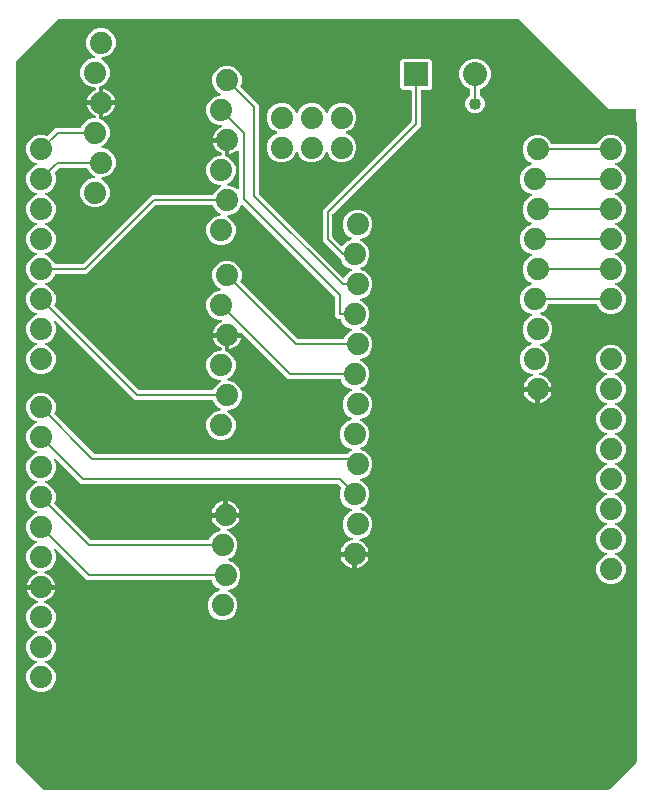
<source format=gbr>
G04 EAGLE Gerber RS-274X export*
G75*
%MOMM*%
%FSLAX34Y34*%
%LPD*%
%INTop Copper*%
%IPPOS*%
%AMOC8*
5,1,8,0,0,1.08239X$1,22.5*%
G01*
%ADD10C,1.879600*%
%ADD11R,2.032000X2.032000*%
%ADD12C,2.032000*%
%ADD13C,0.203200*%
%ADD14C,1.016000*%

G36*
X506088Y3823D02*
X506088Y3823D01*
X506175Y3826D01*
X506228Y3843D01*
X506283Y3851D01*
X506362Y3886D01*
X506446Y3913D01*
X506485Y3941D01*
X506542Y3967D01*
X506655Y4063D01*
X506719Y4108D01*
X529292Y26681D01*
X529344Y26751D01*
X529404Y26815D01*
X529430Y26864D01*
X529463Y26908D01*
X529494Y26990D01*
X529534Y27068D01*
X529542Y27115D01*
X529564Y27174D01*
X529576Y27322D01*
X529589Y27399D01*
X529589Y569142D01*
X529577Y569228D01*
X529574Y569316D01*
X529557Y569368D01*
X529549Y569423D01*
X529514Y569503D01*
X529487Y569586D01*
X529459Y569626D01*
X529433Y569683D01*
X529337Y569796D01*
X529335Y569799D01*
X529335Y579120D01*
X529327Y579178D01*
X529329Y579236D01*
X529307Y579318D01*
X529295Y579402D01*
X529272Y579455D01*
X529257Y579511D01*
X529214Y579584D01*
X529179Y579661D01*
X529141Y579706D01*
X529112Y579756D01*
X529050Y579814D01*
X528996Y579878D01*
X528947Y579910D01*
X528904Y579950D01*
X528829Y579989D01*
X528759Y580036D01*
X528703Y580053D01*
X528651Y580080D01*
X528583Y580091D01*
X528488Y580121D01*
X528388Y580124D01*
X528320Y580135D01*
X506316Y580135D01*
X430160Y656292D01*
X430090Y656344D01*
X430026Y656404D01*
X429977Y656430D01*
X429932Y656463D01*
X429851Y656494D01*
X429773Y656534D01*
X429725Y656542D01*
X429667Y656564D01*
X429519Y656576D01*
X429442Y656589D01*
X40099Y656589D01*
X40012Y656577D01*
X39925Y656574D01*
X39872Y656557D01*
X39817Y656549D01*
X39738Y656514D01*
X39654Y656487D01*
X39615Y656459D01*
X39558Y656433D01*
X39445Y656337D01*
X39381Y656292D01*
X4108Y621019D01*
X4056Y620949D01*
X3996Y620885D01*
X3970Y620836D01*
X3937Y620792D01*
X3906Y620710D01*
X3866Y620632D01*
X3858Y620585D01*
X3836Y620526D01*
X3824Y620378D01*
X3811Y620301D01*
X3811Y27399D01*
X3823Y27312D01*
X3826Y27225D01*
X3843Y27172D01*
X3851Y27117D01*
X3886Y27038D01*
X3913Y26954D01*
X3941Y26915D01*
X3967Y26858D01*
X4063Y26745D01*
X4108Y26681D01*
X26681Y4108D01*
X26751Y4056D01*
X26815Y3996D01*
X26864Y3970D01*
X26908Y3937D01*
X26990Y3906D01*
X27068Y3866D01*
X27115Y3858D01*
X27174Y3836D01*
X27322Y3824D01*
X27399Y3811D01*
X506001Y3811D01*
X506088Y3823D01*
G37*
%LPC*%
G36*
X22924Y86613D02*
X22924Y86613D01*
X18349Y88508D01*
X14848Y92009D01*
X12953Y96584D01*
X12953Y101536D01*
X14848Y106111D01*
X18349Y109612D01*
X21271Y110822D01*
X21296Y110837D01*
X21324Y110846D01*
X21419Y110909D01*
X21516Y110967D01*
X21536Y110988D01*
X21561Y111004D01*
X21634Y111091D01*
X21711Y111173D01*
X21725Y111199D01*
X21744Y111222D01*
X21790Y111325D01*
X21841Y111426D01*
X21847Y111455D01*
X21859Y111482D01*
X21875Y111594D01*
X21896Y111705D01*
X21894Y111734D01*
X21898Y111763D01*
X21882Y111875D01*
X21872Y111988D01*
X21861Y112015D01*
X21857Y112045D01*
X21811Y112148D01*
X21770Y112253D01*
X21752Y112277D01*
X21740Y112304D01*
X21667Y112390D01*
X21598Y112480D01*
X21575Y112498D01*
X21556Y112520D01*
X21489Y112562D01*
X21371Y112650D01*
X21312Y112672D01*
X21271Y112698D01*
X18349Y113908D01*
X14848Y117409D01*
X12953Y121984D01*
X12953Y126936D01*
X14848Y131511D01*
X18349Y135012D01*
X21271Y136222D01*
X21296Y136237D01*
X21324Y136246D01*
X21419Y136309D01*
X21516Y136367D01*
X21536Y136388D01*
X21561Y136404D01*
X21634Y136491D01*
X21711Y136573D01*
X21725Y136599D01*
X21744Y136622D01*
X21790Y136725D01*
X21841Y136826D01*
X21847Y136855D01*
X21859Y136882D01*
X21875Y136994D01*
X21896Y137105D01*
X21894Y137134D01*
X21898Y137163D01*
X21882Y137275D01*
X21872Y137388D01*
X21861Y137415D01*
X21857Y137445D01*
X21811Y137548D01*
X21770Y137653D01*
X21752Y137677D01*
X21740Y137704D01*
X21667Y137790D01*
X21598Y137880D01*
X21575Y137898D01*
X21556Y137920D01*
X21489Y137962D01*
X21371Y138050D01*
X21312Y138072D01*
X21271Y138098D01*
X18349Y139308D01*
X14848Y142809D01*
X12953Y147384D01*
X12953Y152336D01*
X14848Y156911D01*
X18349Y160412D01*
X22011Y161929D01*
X22071Y161964D01*
X22135Y161990D01*
X22193Y162036D01*
X22256Y162073D01*
X22304Y162123D01*
X22358Y162166D01*
X22401Y162226D01*
X22451Y162280D01*
X22483Y162341D01*
X22523Y162398D01*
X22548Y162467D01*
X22582Y162533D01*
X22595Y162600D01*
X22618Y162666D01*
X22622Y162739D01*
X22637Y162812D01*
X22631Y162880D01*
X22635Y162949D01*
X22619Y163021D01*
X22612Y163095D01*
X22587Y163159D01*
X22572Y163227D01*
X22537Y163291D01*
X22510Y163360D01*
X22469Y163415D01*
X22435Y163476D01*
X22383Y163528D01*
X22339Y163587D01*
X22283Y163628D01*
X22234Y163677D01*
X22179Y163706D01*
X22111Y163757D01*
X22003Y163798D01*
X21937Y163832D01*
X20817Y164196D01*
X19143Y165049D01*
X17622Y166154D01*
X16294Y167482D01*
X15189Y169003D01*
X14336Y170677D01*
X13755Y172464D01*
X13634Y173229D01*
X24384Y173229D01*
X24442Y173237D01*
X24500Y173235D01*
X24582Y173257D01*
X24665Y173269D01*
X24719Y173293D01*
X24775Y173307D01*
X24848Y173350D01*
X24925Y173385D01*
X24969Y173423D01*
X25020Y173453D01*
X25077Y173514D01*
X25142Y173569D01*
X25174Y173617D01*
X25214Y173660D01*
X25253Y173735D01*
X25299Y173805D01*
X25317Y173861D01*
X25344Y173913D01*
X25355Y173981D01*
X25385Y174076D01*
X25388Y174176D01*
X25399Y174244D01*
X25399Y176276D01*
X25391Y176334D01*
X25392Y176392D01*
X25371Y176474D01*
X25359Y176557D01*
X25335Y176611D01*
X25321Y176667D01*
X25278Y176740D01*
X25243Y176817D01*
X25205Y176862D01*
X25175Y176912D01*
X25114Y176970D01*
X25059Y177034D01*
X25011Y177066D01*
X24968Y177106D01*
X24893Y177145D01*
X24823Y177191D01*
X24767Y177209D01*
X24715Y177236D01*
X24647Y177247D01*
X24552Y177277D01*
X24452Y177280D01*
X24384Y177291D01*
X13634Y177291D01*
X13755Y178056D01*
X14336Y179843D01*
X15189Y181517D01*
X16294Y183038D01*
X17622Y184366D01*
X19143Y185471D01*
X20817Y186324D01*
X21937Y186688D01*
X21999Y186718D01*
X22065Y186739D01*
X22126Y186780D01*
X22192Y186813D01*
X22243Y186859D01*
X22301Y186898D01*
X22348Y186954D01*
X22403Y187003D01*
X22439Y187062D01*
X22484Y187115D01*
X22514Y187183D01*
X22552Y187245D01*
X22571Y187312D01*
X22599Y187375D01*
X22609Y187448D01*
X22629Y187519D01*
X22629Y187588D01*
X22638Y187657D01*
X22628Y187730D01*
X22627Y187803D01*
X22607Y187869D01*
X22597Y187938D01*
X22567Y188005D01*
X22546Y188076D01*
X22509Y188134D01*
X22480Y188197D01*
X22433Y188253D01*
X22393Y188315D01*
X22341Y188361D01*
X22296Y188413D01*
X22243Y188446D01*
X22179Y188503D01*
X22075Y188552D01*
X22011Y188591D01*
X18349Y190108D01*
X14848Y193609D01*
X12953Y198184D01*
X12953Y203136D01*
X14848Y207711D01*
X18349Y211212D01*
X21271Y212422D01*
X21296Y212437D01*
X21324Y212446D01*
X21419Y212509D01*
X21516Y212567D01*
X21536Y212588D01*
X21561Y212604D01*
X21634Y212691D01*
X21711Y212773D01*
X21725Y212799D01*
X21744Y212822D01*
X21790Y212925D01*
X21841Y213026D01*
X21847Y213055D01*
X21859Y213082D01*
X21875Y213194D01*
X21896Y213305D01*
X21894Y213334D01*
X21898Y213363D01*
X21882Y213475D01*
X21872Y213588D01*
X21861Y213615D01*
X21857Y213645D01*
X21811Y213748D01*
X21770Y213853D01*
X21752Y213877D01*
X21740Y213904D01*
X21667Y213990D01*
X21598Y214080D01*
X21575Y214098D01*
X21556Y214120D01*
X21489Y214162D01*
X21371Y214250D01*
X21312Y214272D01*
X21271Y214298D01*
X18349Y215508D01*
X14848Y219009D01*
X12953Y223584D01*
X12953Y228536D01*
X14848Y233111D01*
X18349Y236612D01*
X21271Y237822D01*
X21296Y237837D01*
X21324Y237846D01*
X21419Y237909D01*
X21516Y237967D01*
X21536Y237988D01*
X21561Y238004D01*
X21634Y238091D01*
X21711Y238173D01*
X21725Y238199D01*
X21744Y238222D01*
X21790Y238325D01*
X21841Y238426D01*
X21847Y238455D01*
X21859Y238482D01*
X21875Y238594D01*
X21896Y238705D01*
X21894Y238734D01*
X21898Y238763D01*
X21882Y238875D01*
X21872Y238988D01*
X21861Y239015D01*
X21857Y239045D01*
X21811Y239148D01*
X21770Y239253D01*
X21752Y239277D01*
X21740Y239304D01*
X21667Y239390D01*
X21598Y239480D01*
X21575Y239498D01*
X21556Y239520D01*
X21489Y239562D01*
X21371Y239650D01*
X21312Y239672D01*
X21271Y239698D01*
X18349Y240908D01*
X14848Y244409D01*
X12953Y248984D01*
X12953Y253936D01*
X14848Y258511D01*
X18349Y262012D01*
X21271Y263222D01*
X21296Y263237D01*
X21324Y263246D01*
X21419Y263309D01*
X21516Y263367D01*
X21536Y263388D01*
X21561Y263404D01*
X21634Y263491D01*
X21711Y263573D01*
X21725Y263599D01*
X21744Y263622D01*
X21790Y263725D01*
X21841Y263826D01*
X21847Y263855D01*
X21859Y263882D01*
X21875Y263994D01*
X21896Y264105D01*
X21894Y264134D01*
X21898Y264163D01*
X21882Y264275D01*
X21872Y264388D01*
X21861Y264415D01*
X21857Y264445D01*
X21811Y264548D01*
X21770Y264653D01*
X21752Y264677D01*
X21740Y264704D01*
X21667Y264790D01*
X21598Y264880D01*
X21575Y264898D01*
X21556Y264920D01*
X21489Y264962D01*
X21371Y265050D01*
X21312Y265072D01*
X21271Y265098D01*
X18349Y266308D01*
X14848Y269809D01*
X12953Y274384D01*
X12953Y279336D01*
X14848Y283911D01*
X18349Y287412D01*
X21271Y288622D01*
X21296Y288637D01*
X21324Y288646D01*
X21419Y288709D01*
X21516Y288767D01*
X21536Y288788D01*
X21561Y288804D01*
X21634Y288891D01*
X21711Y288973D01*
X21725Y288999D01*
X21744Y289022D01*
X21790Y289125D01*
X21841Y289226D01*
X21847Y289255D01*
X21859Y289282D01*
X21875Y289394D01*
X21896Y289505D01*
X21894Y289534D01*
X21898Y289563D01*
X21882Y289675D01*
X21872Y289788D01*
X21861Y289815D01*
X21857Y289845D01*
X21811Y289948D01*
X21770Y290053D01*
X21752Y290077D01*
X21740Y290104D01*
X21667Y290190D01*
X21598Y290280D01*
X21575Y290298D01*
X21556Y290320D01*
X21489Y290362D01*
X21371Y290450D01*
X21312Y290472D01*
X21271Y290498D01*
X18349Y291708D01*
X14848Y295209D01*
X12953Y299784D01*
X12953Y304736D01*
X14848Y309311D01*
X18349Y312812D01*
X21271Y314022D01*
X21296Y314037D01*
X21324Y314046D01*
X21419Y314109D01*
X21516Y314167D01*
X21536Y314188D01*
X21561Y314204D01*
X21634Y314291D01*
X21711Y314373D01*
X21725Y314399D01*
X21744Y314422D01*
X21790Y314525D01*
X21841Y314626D01*
X21847Y314655D01*
X21859Y314682D01*
X21875Y314794D01*
X21896Y314905D01*
X21894Y314934D01*
X21898Y314963D01*
X21882Y315075D01*
X21872Y315188D01*
X21861Y315215D01*
X21857Y315245D01*
X21811Y315348D01*
X21770Y315453D01*
X21752Y315477D01*
X21740Y315504D01*
X21667Y315590D01*
X21598Y315680D01*
X21575Y315698D01*
X21556Y315720D01*
X21489Y315762D01*
X21371Y315850D01*
X21312Y315872D01*
X21271Y315898D01*
X18349Y317108D01*
X14848Y320609D01*
X12953Y325184D01*
X12953Y330136D01*
X14848Y334711D01*
X18349Y338212D01*
X22924Y340107D01*
X27876Y340107D01*
X32451Y338212D01*
X35952Y334711D01*
X37847Y330136D01*
X37847Y325184D01*
X36870Y322825D01*
X36869Y322824D01*
X36868Y322822D01*
X36834Y322688D01*
X36799Y322550D01*
X36799Y322548D01*
X36798Y322547D01*
X36803Y322406D01*
X36807Y322266D01*
X36807Y322264D01*
X36807Y322263D01*
X36850Y322130D01*
X36893Y321995D01*
X36894Y321994D01*
X36895Y321992D01*
X36903Y321980D01*
X37052Y321759D01*
X37075Y321739D01*
X37090Y321719D01*
X70207Y288602D01*
X70276Y288549D01*
X70340Y288489D01*
X70390Y288464D01*
X70434Y288431D01*
X70516Y288400D01*
X70593Y288360D01*
X70641Y288352D01*
X70699Y288330D01*
X70847Y288317D01*
X70925Y288304D01*
X284252Y288304D01*
X284338Y288317D01*
X284426Y288319D01*
X284478Y288336D01*
X284533Y288344D01*
X284613Y288380D01*
X284696Y288407D01*
X284735Y288435D01*
X284792Y288461D01*
X284906Y288556D01*
X284969Y288602D01*
X286319Y289952D01*
X287971Y290636D01*
X287996Y290651D01*
X288024Y290660D01*
X288119Y290723D01*
X288216Y290780D01*
X288236Y290802D01*
X288261Y290818D01*
X288334Y290905D01*
X288411Y290987D01*
X288425Y291013D01*
X288444Y291036D01*
X288490Y291139D01*
X288541Y291240D01*
X288547Y291269D01*
X288559Y291295D01*
X288575Y291408D01*
X288596Y291519D01*
X288594Y291548D01*
X288598Y291577D01*
X288582Y291689D01*
X288572Y291802D01*
X288561Y291829D01*
X288557Y291858D01*
X288511Y291961D01*
X288470Y292067D01*
X288452Y292091D01*
X288440Y292118D01*
X288367Y292204D01*
X288298Y292294D01*
X288275Y292312D01*
X288256Y292334D01*
X288189Y292376D01*
X288071Y292464D01*
X288012Y292486D01*
X287971Y292512D01*
X283779Y294248D01*
X280278Y297749D01*
X278383Y302324D01*
X278383Y307276D01*
X280278Y311851D01*
X283779Y315352D01*
X287971Y317088D01*
X287996Y317103D01*
X288024Y317112D01*
X288119Y317175D01*
X288216Y317233D01*
X288236Y317254D01*
X288261Y317270D01*
X288333Y317357D01*
X288411Y317439D01*
X288425Y317465D01*
X288444Y317488D01*
X288490Y317591D01*
X288541Y317692D01*
X288547Y317721D01*
X288559Y317748D01*
X288575Y317860D01*
X288596Y317971D01*
X288594Y318000D01*
X288598Y318029D01*
X288582Y318141D01*
X288572Y318254D01*
X288561Y318282D01*
X288557Y318311D01*
X288511Y318414D01*
X288470Y318519D01*
X288452Y318543D01*
X288440Y318570D01*
X288367Y318656D01*
X288298Y318746D01*
X288275Y318764D01*
X288256Y318786D01*
X288189Y318828D01*
X288071Y318916D01*
X288012Y318938D01*
X287971Y318964D01*
X286319Y319648D01*
X282818Y323149D01*
X280923Y327724D01*
X280923Y332676D01*
X282818Y337251D01*
X286319Y340752D01*
X287971Y341436D01*
X287996Y341451D01*
X288024Y341460D01*
X288119Y341523D01*
X288216Y341580D01*
X288236Y341602D01*
X288261Y341618D01*
X288334Y341705D01*
X288411Y341787D01*
X288425Y341813D01*
X288444Y341836D01*
X288490Y341939D01*
X288541Y342040D01*
X288547Y342069D01*
X288559Y342095D01*
X288575Y342208D01*
X288596Y342319D01*
X288594Y342348D01*
X288598Y342377D01*
X288582Y342489D01*
X288572Y342602D01*
X288561Y342629D01*
X288557Y342658D01*
X288511Y342761D01*
X288470Y342867D01*
X288452Y342891D01*
X288440Y342918D01*
X288367Y343004D01*
X288298Y343094D01*
X288275Y343112D01*
X288256Y343134D01*
X288189Y343176D01*
X288071Y343264D01*
X288012Y343286D01*
X287971Y343312D01*
X283779Y345048D01*
X280278Y348549D01*
X279301Y350909D01*
X279300Y350910D01*
X279300Y350911D01*
X279232Y351026D01*
X279157Y351153D01*
X279155Y351154D01*
X279155Y351156D01*
X279051Y351253D01*
X278950Y351349D01*
X278948Y351349D01*
X278947Y351350D01*
X278821Y351415D01*
X278697Y351479D01*
X278696Y351479D01*
X278694Y351480D01*
X278679Y351482D01*
X278418Y351534D01*
X278388Y351531D01*
X278363Y351535D01*
X234536Y351535D01*
X195718Y390354D01*
X195648Y390406D01*
X195584Y390466D01*
X195535Y390492D01*
X195491Y390525D01*
X195409Y390556D01*
X195331Y390596D01*
X195283Y390604D01*
X195225Y390626D01*
X195077Y390638D01*
X195000Y390651D01*
X183896Y390651D01*
X183838Y390643D01*
X183780Y390645D01*
X183698Y390623D01*
X183615Y390611D01*
X183561Y390587D01*
X183505Y390573D01*
X183432Y390530D01*
X183355Y390495D01*
X183311Y390457D01*
X183260Y390427D01*
X183203Y390366D01*
X183138Y390311D01*
X183106Y390263D01*
X183066Y390220D01*
X183027Y390145D01*
X182981Y390075D01*
X182963Y390019D01*
X182936Y389967D01*
X182925Y389899D01*
X182895Y389804D01*
X182892Y389704D01*
X182881Y389636D01*
X182881Y388619D01*
X182879Y388619D01*
X182879Y389636D01*
X182872Y389689D01*
X182872Y389722D01*
X182872Y389725D01*
X182872Y389752D01*
X182851Y389834D01*
X182839Y389917D01*
X182815Y389971D01*
X182801Y390027D01*
X182758Y390100D01*
X182723Y390177D01*
X182685Y390222D01*
X182655Y390272D01*
X182594Y390330D01*
X182539Y390394D01*
X182491Y390426D01*
X182448Y390466D01*
X182373Y390505D01*
X182303Y390551D01*
X182247Y390569D01*
X182195Y390596D01*
X182127Y390607D01*
X182032Y390637D01*
X181932Y390640D01*
X181864Y390651D01*
X171114Y390651D01*
X171235Y391416D01*
X171816Y393203D01*
X172669Y394877D01*
X173774Y396398D01*
X175102Y397726D01*
X176623Y398831D01*
X178237Y399653D01*
X178275Y399680D01*
X178317Y399699D01*
X178391Y399761D01*
X178470Y399817D01*
X178499Y399853D01*
X178534Y399883D01*
X178588Y399963D01*
X178648Y400038D01*
X178666Y400081D01*
X178692Y400119D01*
X178721Y400211D01*
X178758Y400300D01*
X178763Y400346D01*
X178777Y400390D01*
X178780Y400487D01*
X178791Y400583D01*
X178784Y400628D01*
X178785Y400674D01*
X178760Y400768D01*
X178744Y400863D01*
X178725Y400905D01*
X178713Y400949D01*
X178664Y401032D01*
X178622Y401120D01*
X178591Y401154D01*
X178568Y401194D01*
X178497Y401260D01*
X178433Y401332D01*
X178394Y401357D01*
X178360Y401388D01*
X178274Y401432D01*
X178193Y401484D01*
X178148Y401497D01*
X178107Y401518D01*
X178033Y401530D01*
X177920Y401563D01*
X177836Y401563D01*
X177776Y401573D01*
X175324Y401573D01*
X170749Y403468D01*
X167248Y406969D01*
X165353Y411544D01*
X165353Y416496D01*
X167248Y421071D01*
X170749Y424572D01*
X175324Y426467D01*
X176523Y426467D01*
X176608Y426479D01*
X176694Y426481D01*
X176748Y426499D01*
X176805Y426507D01*
X176883Y426542D01*
X176965Y426568D01*
X177012Y426600D01*
X177064Y426623D01*
X177130Y426678D01*
X177201Y426726D01*
X177238Y426770D01*
X177281Y426806D01*
X177329Y426878D01*
X177384Y426944D01*
X177407Y426996D01*
X177439Y427043D01*
X177465Y427125D01*
X177499Y427204D01*
X177507Y427260D01*
X177524Y427314D01*
X177527Y427400D01*
X177538Y427485D01*
X177530Y427541D01*
X177532Y427598D01*
X177510Y427681D01*
X177498Y427767D01*
X177474Y427818D01*
X177460Y427873D01*
X177416Y427947D01*
X177381Y428026D01*
X177344Y428069D01*
X177315Y428118D01*
X177252Y428177D01*
X177196Y428242D01*
X177154Y428268D01*
X177107Y428312D01*
X176978Y428378D01*
X176912Y428420D01*
X175829Y428868D01*
X172328Y432369D01*
X170433Y436944D01*
X170433Y441896D01*
X172328Y446471D01*
X175829Y449972D01*
X180404Y451867D01*
X185356Y451867D01*
X189931Y449972D01*
X193432Y446471D01*
X195327Y441896D01*
X195327Y436944D01*
X194350Y434585D01*
X194349Y434584D01*
X194348Y434582D01*
X194313Y434445D01*
X194279Y434310D01*
X194279Y434308D01*
X194278Y434307D01*
X194283Y434166D01*
X194287Y434026D01*
X194287Y434024D01*
X194287Y434023D01*
X194330Y433890D01*
X194373Y433755D01*
X194374Y433754D01*
X194375Y433752D01*
X194383Y433740D01*
X194532Y433519D01*
X194555Y433499D01*
X194570Y433479D01*
X242686Y385362D01*
X242756Y385310D01*
X242820Y385250D01*
X242869Y385224D01*
X242914Y385191D01*
X242995Y385160D01*
X243073Y385120D01*
X243121Y385112D01*
X243179Y385090D01*
X243327Y385078D01*
X243404Y385065D01*
X280903Y385065D01*
X280905Y385065D01*
X280906Y385065D01*
X281045Y385085D01*
X281185Y385105D01*
X281186Y385105D01*
X281188Y385105D01*
X281313Y385162D01*
X281444Y385221D01*
X281445Y385222D01*
X281447Y385223D01*
X281554Y385314D01*
X281661Y385404D01*
X281662Y385406D01*
X281663Y385407D01*
X281671Y385420D01*
X281819Y385641D01*
X281828Y385670D01*
X281841Y385691D01*
X282818Y388051D01*
X286319Y391552D01*
X287971Y392236D01*
X287996Y392251D01*
X288024Y392260D01*
X288119Y392323D01*
X288216Y392380D01*
X288236Y392402D01*
X288261Y392418D01*
X288334Y392505D01*
X288411Y392587D01*
X288425Y392613D01*
X288444Y392636D01*
X288490Y392739D01*
X288541Y392840D01*
X288547Y392869D01*
X288559Y392895D01*
X288575Y393008D01*
X288596Y393119D01*
X288594Y393148D01*
X288598Y393177D01*
X288582Y393289D01*
X288572Y393402D01*
X288561Y393429D01*
X288557Y393458D01*
X288511Y393561D01*
X288470Y393667D01*
X288452Y393691D01*
X288440Y393718D01*
X288367Y393804D01*
X288298Y393894D01*
X288275Y393912D01*
X288256Y393934D01*
X288189Y393976D01*
X288071Y394064D01*
X288012Y394086D01*
X287971Y394112D01*
X283779Y395848D01*
X280278Y399349D01*
X279301Y401709D01*
X279300Y401710D01*
X279300Y401711D01*
X279230Y401829D01*
X279157Y401953D01*
X279155Y401954D01*
X279155Y401956D01*
X279051Y402053D01*
X278950Y402149D01*
X278948Y402149D01*
X278947Y402150D01*
X278821Y402215D01*
X278697Y402279D01*
X278696Y402279D01*
X278694Y402280D01*
X278679Y402282D01*
X278418Y402334D01*
X278388Y402331D01*
X278363Y402335D01*
X276446Y402335D01*
X274065Y404716D01*
X274065Y420806D01*
X274053Y420892D01*
X274050Y420980D01*
X274033Y421032D01*
X274025Y421087D01*
X273990Y421167D01*
X273963Y421250D01*
X273935Y421290D01*
X273909Y421347D01*
X273813Y421460D01*
X273768Y421524D01*
X196261Y499031D01*
X196169Y499100D01*
X196081Y499174D01*
X196056Y499185D01*
X196034Y499202D01*
X195926Y499243D01*
X195821Y499289D01*
X195794Y499293D01*
X195768Y499303D01*
X195654Y499312D01*
X195540Y499328D01*
X195512Y499324D01*
X195485Y499327D01*
X195372Y499304D01*
X195258Y499288D01*
X195233Y499276D01*
X195206Y499271D01*
X195104Y499218D01*
X194999Y499170D01*
X194978Y499152D01*
X194954Y499140D01*
X194870Y499061D01*
X194783Y498986D01*
X194770Y498965D01*
X194747Y498944D01*
X194613Y498715D01*
X194605Y498702D01*
X193432Y495869D01*
X189931Y492368D01*
X185356Y490473D01*
X184157Y490473D01*
X184072Y490461D01*
X183986Y490459D01*
X183932Y490441D01*
X183875Y490433D01*
X183797Y490398D01*
X183715Y490372D01*
X183668Y490340D01*
X183616Y490317D01*
X183550Y490262D01*
X183479Y490214D01*
X183442Y490170D01*
X183399Y490134D01*
X183351Y490062D01*
X183296Y489996D01*
X183273Y489944D01*
X183241Y489897D01*
X183215Y489815D01*
X183181Y489736D01*
X183173Y489680D01*
X183156Y489626D01*
X183153Y489540D01*
X183142Y489455D01*
X183150Y489399D01*
X183148Y489342D01*
X183170Y489259D01*
X183182Y489173D01*
X183206Y489122D01*
X183220Y489067D01*
X183264Y488993D01*
X183299Y488914D01*
X183336Y488871D01*
X183365Y488822D01*
X183428Y488763D01*
X183484Y488698D01*
X183526Y488672D01*
X183573Y488628D01*
X183702Y488562D01*
X183768Y488520D01*
X184851Y488072D01*
X188352Y484571D01*
X190247Y479996D01*
X190247Y475044D01*
X188352Y470469D01*
X184851Y466968D01*
X180276Y465073D01*
X175324Y465073D01*
X170749Y466968D01*
X167248Y470469D01*
X165353Y475044D01*
X165353Y479996D01*
X167248Y484571D01*
X170749Y488072D01*
X175324Y489967D01*
X176523Y489967D01*
X176608Y489979D01*
X176694Y489981D01*
X176748Y489999D01*
X176805Y490007D01*
X176883Y490042D01*
X176965Y490068D01*
X177012Y490100D01*
X177064Y490123D01*
X177130Y490178D01*
X177201Y490226D01*
X177238Y490270D01*
X177281Y490306D01*
X177329Y490378D01*
X177384Y490444D01*
X177407Y490496D01*
X177439Y490543D01*
X177465Y490625D01*
X177499Y490704D01*
X177507Y490760D01*
X177524Y490814D01*
X177527Y490900D01*
X177538Y490985D01*
X177530Y491041D01*
X177532Y491098D01*
X177510Y491181D01*
X177498Y491267D01*
X177474Y491318D01*
X177460Y491373D01*
X177416Y491447D01*
X177381Y491526D01*
X177344Y491569D01*
X177315Y491618D01*
X177252Y491677D01*
X177196Y491742D01*
X177154Y491768D01*
X177107Y491812D01*
X176978Y491878D01*
X176912Y491920D01*
X175829Y492368D01*
X172328Y495869D01*
X171351Y498229D01*
X171350Y498230D01*
X171350Y498231D01*
X171280Y498348D01*
X171207Y498473D01*
X171205Y498474D01*
X171205Y498476D01*
X171101Y498573D01*
X171000Y498669D01*
X170998Y498669D01*
X170997Y498670D01*
X170871Y498735D01*
X170747Y498799D01*
X170746Y498799D01*
X170744Y498800D01*
X170729Y498802D01*
X170468Y498854D01*
X170438Y498851D01*
X170413Y498855D01*
X122741Y498855D01*
X122654Y498843D01*
X122566Y498840D01*
X122514Y498823D01*
X122459Y498815D01*
X122379Y498780D01*
X122296Y498753D01*
X122257Y498725D01*
X122200Y498699D01*
X122086Y498603D01*
X122023Y498558D01*
X63900Y440435D01*
X37867Y440435D01*
X37865Y440435D01*
X37864Y440435D01*
X37725Y440415D01*
X37585Y440395D01*
X37584Y440395D01*
X37582Y440395D01*
X37457Y440338D01*
X37326Y440279D01*
X37325Y440278D01*
X37323Y440277D01*
X37216Y440186D01*
X37109Y440096D01*
X37108Y440094D01*
X37107Y440093D01*
X37099Y440080D01*
X36951Y439859D01*
X36942Y439830D01*
X36929Y439809D01*
X35952Y437449D01*
X32451Y433948D01*
X29529Y432738D01*
X29504Y432723D01*
X29476Y432714D01*
X29381Y432651D01*
X29284Y432593D01*
X29264Y432572D01*
X29239Y432556D01*
X29167Y432469D01*
X29089Y432387D01*
X29075Y432361D01*
X29057Y432338D01*
X29011Y432235D01*
X28959Y432134D01*
X28953Y432105D01*
X28941Y432078D01*
X28925Y431966D01*
X28904Y431855D01*
X28906Y431826D01*
X28902Y431797D01*
X28918Y431685D01*
X28928Y431572D01*
X28939Y431545D01*
X28943Y431516D01*
X28989Y431412D01*
X29030Y431307D01*
X29048Y431283D01*
X29060Y431256D01*
X29133Y431170D01*
X29202Y431080D01*
X29225Y431062D01*
X29244Y431040D01*
X29311Y430998D01*
X29429Y430910D01*
X29488Y430888D01*
X29529Y430862D01*
X32451Y429652D01*
X35952Y426151D01*
X37847Y421576D01*
X37847Y416624D01*
X36870Y414265D01*
X36869Y414264D01*
X36868Y414262D01*
X36834Y414128D01*
X36799Y413990D01*
X36799Y413988D01*
X36798Y413987D01*
X36803Y413846D01*
X36807Y413706D01*
X36807Y413704D01*
X36807Y413703D01*
X36850Y413570D01*
X36893Y413435D01*
X36894Y413434D01*
X36895Y413432D01*
X36903Y413420D01*
X37052Y413199D01*
X37075Y413179D01*
X37090Y413159D01*
X108066Y342182D01*
X108136Y342130D01*
X108200Y342070D01*
X108249Y342044D01*
X108294Y342011D01*
X108375Y341980D01*
X108453Y341940D01*
X108501Y341932D01*
X108559Y341910D01*
X108707Y341898D01*
X108784Y341885D01*
X170413Y341885D01*
X170415Y341885D01*
X170416Y341885D01*
X170555Y341905D01*
X170695Y341925D01*
X170696Y341925D01*
X170698Y341925D01*
X170823Y341982D01*
X170954Y342041D01*
X170955Y342042D01*
X170957Y342043D01*
X171064Y342134D01*
X171171Y342224D01*
X171172Y342226D01*
X171173Y342227D01*
X171181Y342240D01*
X171329Y342461D01*
X171330Y342464D01*
X171330Y342465D01*
X171339Y342492D01*
X171351Y342511D01*
X172328Y344871D01*
X175829Y348372D01*
X176912Y348820D01*
X176986Y348864D01*
X177064Y348899D01*
X177107Y348936D01*
X177156Y348965D01*
X177215Y349027D01*
X177281Y349083D01*
X177313Y349130D01*
X177352Y349171D01*
X177391Y349248D01*
X177439Y349319D01*
X177456Y349373D01*
X177482Y349424D01*
X177498Y349508D01*
X177524Y349590D01*
X177526Y349647D01*
X177537Y349703D01*
X177529Y349788D01*
X177532Y349874D01*
X177517Y349929D01*
X177512Y349986D01*
X177482Y350066D01*
X177460Y350149D01*
X177431Y350198D01*
X177410Y350251D01*
X177358Y350320D01*
X177315Y350394D01*
X177273Y350433D01*
X177239Y350478D01*
X177170Y350530D01*
X177107Y350588D01*
X177057Y350614D01*
X177011Y350648D01*
X176931Y350679D01*
X176854Y350718D01*
X176805Y350726D01*
X176745Y350749D01*
X176600Y350760D01*
X176523Y350773D01*
X175324Y350773D01*
X170749Y352668D01*
X167248Y356169D01*
X165353Y360744D01*
X165353Y365696D01*
X167248Y370271D01*
X170749Y373772D01*
X175324Y375667D01*
X177776Y375667D01*
X177822Y375673D01*
X177868Y375671D01*
X177962Y375693D01*
X178058Y375707D01*
X178100Y375725D01*
X178145Y375736D01*
X178229Y375783D01*
X178317Y375823D01*
X178352Y375853D01*
X178393Y375875D01*
X178460Y375944D01*
X178534Y376006D01*
X178560Y376045D01*
X178592Y376078D01*
X178638Y376163D01*
X178692Y376243D01*
X178706Y376287D01*
X178728Y376328D01*
X178748Y376422D01*
X178777Y376514D01*
X178779Y376560D01*
X178788Y376605D01*
X178782Y376702D01*
X178785Y376798D01*
X178773Y376843D01*
X178770Y376889D01*
X178737Y376980D01*
X178713Y377073D01*
X178689Y377113D01*
X178674Y377157D01*
X178617Y377235D01*
X178568Y377318D01*
X178534Y377349D01*
X178507Y377387D01*
X178446Y377432D01*
X178360Y377512D01*
X178286Y377550D01*
X178237Y377587D01*
X176623Y378409D01*
X175102Y379514D01*
X173774Y380842D01*
X172669Y382363D01*
X171816Y384037D01*
X171235Y385824D01*
X171114Y386589D01*
X180849Y386589D01*
X180849Y376108D01*
X180849Y376106D01*
X180849Y376105D01*
X180870Y375956D01*
X180889Y375826D01*
X180889Y375825D01*
X180889Y375823D01*
X180948Y375695D01*
X181005Y375567D01*
X181006Y375566D01*
X181007Y375564D01*
X181098Y375457D01*
X181189Y375350D01*
X181190Y375349D01*
X181191Y375348D01*
X181204Y375340D01*
X181425Y375192D01*
X181454Y375183D01*
X181475Y375170D01*
X184851Y373772D01*
X188352Y370271D01*
X190247Y365696D01*
X190247Y360744D01*
X188352Y356169D01*
X184851Y352668D01*
X183768Y352220D01*
X183694Y352176D01*
X183616Y352141D01*
X183573Y352104D01*
X183524Y352075D01*
X183465Y352013D01*
X183399Y351957D01*
X183367Y351910D01*
X183328Y351869D01*
X183289Y351792D01*
X183241Y351721D01*
X183224Y351667D01*
X183198Y351616D01*
X183182Y351532D01*
X183156Y351450D01*
X183154Y351393D01*
X183143Y351337D01*
X183151Y351252D01*
X183148Y351166D01*
X183163Y351111D01*
X183168Y351054D01*
X183198Y350973D01*
X183220Y350891D01*
X183249Y350842D01*
X183270Y350789D01*
X183322Y350720D01*
X183365Y350646D01*
X183407Y350607D01*
X183441Y350562D01*
X183510Y350510D01*
X183573Y350452D01*
X183623Y350426D01*
X183669Y350392D01*
X183749Y350361D01*
X183826Y350322D01*
X183875Y350314D01*
X183935Y350291D01*
X184080Y350280D01*
X184157Y350267D01*
X185356Y350267D01*
X189931Y348372D01*
X193432Y344871D01*
X195327Y340296D01*
X195327Y335344D01*
X193432Y330769D01*
X189931Y327268D01*
X185356Y325373D01*
X184157Y325373D01*
X184072Y325361D01*
X183986Y325359D01*
X183932Y325341D01*
X183875Y325333D01*
X183797Y325298D01*
X183715Y325272D01*
X183668Y325240D01*
X183616Y325217D01*
X183550Y325162D01*
X183479Y325114D01*
X183442Y325070D01*
X183399Y325034D01*
X183351Y324962D01*
X183296Y324896D01*
X183273Y324844D01*
X183241Y324797D01*
X183215Y324715D01*
X183181Y324636D01*
X183173Y324580D01*
X183156Y324526D01*
X183153Y324440D01*
X183142Y324355D01*
X183150Y324299D01*
X183148Y324242D01*
X183170Y324159D01*
X183182Y324073D01*
X183206Y324022D01*
X183220Y323967D01*
X183264Y323893D01*
X183299Y323814D01*
X183336Y323771D01*
X183365Y323722D01*
X183428Y323663D01*
X183484Y323598D01*
X183526Y323572D01*
X183573Y323528D01*
X183702Y323462D01*
X183768Y323420D01*
X184851Y322972D01*
X188352Y319471D01*
X190247Y314896D01*
X190247Y309944D01*
X188352Y305369D01*
X184851Y301868D01*
X180276Y299973D01*
X175324Y299973D01*
X170749Y301868D01*
X167248Y305369D01*
X165353Y309944D01*
X165353Y314896D01*
X167248Y319471D01*
X170749Y322972D01*
X175324Y324867D01*
X176523Y324867D01*
X176608Y324879D01*
X176694Y324881D01*
X176748Y324899D01*
X176805Y324907D01*
X176883Y324942D01*
X176965Y324968D01*
X177012Y325000D01*
X177064Y325023D01*
X177130Y325078D01*
X177201Y325126D01*
X177238Y325170D01*
X177281Y325206D01*
X177329Y325278D01*
X177384Y325344D01*
X177407Y325396D01*
X177439Y325443D01*
X177465Y325525D01*
X177499Y325604D01*
X177507Y325660D01*
X177524Y325714D01*
X177527Y325800D01*
X177538Y325885D01*
X177530Y325941D01*
X177532Y325998D01*
X177510Y326081D01*
X177498Y326167D01*
X177474Y326218D01*
X177460Y326273D01*
X177416Y326347D01*
X177381Y326426D01*
X177344Y326469D01*
X177315Y326518D01*
X177252Y326577D01*
X177196Y326642D01*
X177154Y326668D01*
X177107Y326712D01*
X176978Y326778D01*
X176912Y326820D01*
X175829Y327268D01*
X172328Y330769D01*
X171351Y333129D01*
X171350Y333130D01*
X171350Y333131D01*
X171283Y333244D01*
X171207Y333373D01*
X171205Y333374D01*
X171205Y333376D01*
X171101Y333473D01*
X171000Y333569D01*
X170998Y333569D01*
X170997Y333570D01*
X170871Y333635D01*
X170747Y333699D01*
X170746Y333699D01*
X170744Y333700D01*
X170729Y333702D01*
X170468Y333754D01*
X170438Y333751D01*
X170413Y333755D01*
X104996Y333755D01*
X102318Y336434D01*
X38112Y400640D01*
X38043Y400691D01*
X37981Y400750D01*
X37930Y400777D01*
X37885Y400811D01*
X37804Y400841D01*
X37728Y400881D01*
X37672Y400892D01*
X37619Y400912D01*
X37533Y400919D01*
X37449Y400936D01*
X37392Y400931D01*
X37336Y400935D01*
X37251Y400919D01*
X37166Y400911D01*
X37113Y400891D01*
X37057Y400880D01*
X36981Y400840D01*
X36901Y400809D01*
X36855Y400775D01*
X36805Y400749D01*
X36742Y400689D01*
X36674Y400638D01*
X36640Y400592D01*
X36599Y400553D01*
X36555Y400479D01*
X36504Y400410D01*
X36484Y400357D01*
X36455Y400308D01*
X36434Y400224D01*
X36403Y400144D01*
X36399Y400087D01*
X36385Y400032D01*
X36387Y399946D01*
X36381Y399860D01*
X36392Y399812D01*
X36394Y399748D01*
X36438Y399610D01*
X36456Y399533D01*
X37847Y396176D01*
X37847Y391224D01*
X35952Y386649D01*
X32451Y383148D01*
X29529Y381938D01*
X29504Y381923D01*
X29476Y381914D01*
X29381Y381851D01*
X29284Y381793D01*
X29264Y381772D01*
X29239Y381756D01*
X29167Y381669D01*
X29089Y381587D01*
X29075Y381561D01*
X29057Y381538D01*
X29011Y381435D01*
X28959Y381334D01*
X28953Y381305D01*
X28941Y381278D01*
X28925Y381166D01*
X28904Y381055D01*
X28906Y381026D01*
X28902Y380997D01*
X28918Y380885D01*
X28928Y380772D01*
X28939Y380745D01*
X28943Y380716D01*
X28989Y380612D01*
X29030Y380507D01*
X29048Y380483D01*
X29060Y380456D01*
X29133Y380370D01*
X29202Y380280D01*
X29225Y380262D01*
X29244Y380240D01*
X29311Y380198D01*
X29429Y380110D01*
X29488Y380088D01*
X29529Y380062D01*
X32451Y378852D01*
X35952Y375351D01*
X37847Y370776D01*
X37847Y365824D01*
X35952Y361249D01*
X32451Y357748D01*
X27876Y355853D01*
X22924Y355853D01*
X18349Y357748D01*
X14848Y361249D01*
X12953Y365824D01*
X12953Y370776D01*
X14848Y375351D01*
X18349Y378852D01*
X21271Y380062D01*
X21296Y380077D01*
X21324Y380086D01*
X21419Y380149D01*
X21516Y380207D01*
X21536Y380228D01*
X21561Y380244D01*
X21634Y380331D01*
X21711Y380413D01*
X21725Y380439D01*
X21744Y380462D01*
X21790Y380565D01*
X21841Y380666D01*
X21847Y380695D01*
X21859Y380722D01*
X21875Y380834D01*
X21896Y380945D01*
X21894Y380974D01*
X21898Y381003D01*
X21882Y381115D01*
X21872Y381228D01*
X21861Y381255D01*
X21857Y381285D01*
X21811Y381388D01*
X21770Y381493D01*
X21752Y381517D01*
X21740Y381544D01*
X21667Y381630D01*
X21598Y381720D01*
X21575Y381738D01*
X21556Y381760D01*
X21489Y381802D01*
X21371Y381890D01*
X21312Y381912D01*
X21271Y381938D01*
X18349Y383148D01*
X14848Y386649D01*
X12953Y391224D01*
X12953Y396176D01*
X14848Y400751D01*
X18349Y404252D01*
X21271Y405462D01*
X21296Y405477D01*
X21324Y405486D01*
X21419Y405549D01*
X21516Y405607D01*
X21536Y405628D01*
X21561Y405644D01*
X21634Y405731D01*
X21711Y405813D01*
X21725Y405839D01*
X21744Y405862D01*
X21790Y405965D01*
X21841Y406066D01*
X21847Y406095D01*
X21859Y406122D01*
X21875Y406234D01*
X21896Y406345D01*
X21894Y406374D01*
X21898Y406403D01*
X21882Y406515D01*
X21872Y406628D01*
X21861Y406655D01*
X21857Y406685D01*
X21811Y406788D01*
X21770Y406893D01*
X21752Y406917D01*
X21740Y406944D01*
X21667Y407030D01*
X21598Y407120D01*
X21575Y407138D01*
X21556Y407160D01*
X21489Y407202D01*
X21371Y407290D01*
X21312Y407312D01*
X21271Y407338D01*
X18349Y408548D01*
X14848Y412049D01*
X12953Y416624D01*
X12953Y421576D01*
X14848Y426151D01*
X18349Y429652D01*
X21271Y430862D01*
X21296Y430877D01*
X21324Y430886D01*
X21419Y430949D01*
X21516Y431007D01*
X21536Y431028D01*
X21561Y431044D01*
X21634Y431131D01*
X21711Y431213D01*
X21725Y431239D01*
X21744Y431262D01*
X21790Y431365D01*
X21841Y431466D01*
X21847Y431495D01*
X21859Y431522D01*
X21875Y431634D01*
X21896Y431745D01*
X21894Y431774D01*
X21898Y431803D01*
X21882Y431915D01*
X21872Y432028D01*
X21861Y432055D01*
X21857Y432085D01*
X21811Y432188D01*
X21770Y432293D01*
X21752Y432317D01*
X21740Y432344D01*
X21667Y432430D01*
X21598Y432520D01*
X21575Y432538D01*
X21556Y432560D01*
X21489Y432602D01*
X21371Y432690D01*
X21312Y432712D01*
X21271Y432738D01*
X18349Y433948D01*
X14848Y437449D01*
X12953Y442024D01*
X12953Y446976D01*
X14848Y451551D01*
X18349Y455052D01*
X21271Y456262D01*
X21296Y456277D01*
X21324Y456286D01*
X21419Y456349D01*
X21516Y456407D01*
X21536Y456428D01*
X21561Y456444D01*
X21634Y456531D01*
X21711Y456613D01*
X21725Y456639D01*
X21744Y456662D01*
X21790Y456765D01*
X21841Y456866D01*
X21847Y456895D01*
X21859Y456922D01*
X21875Y457034D01*
X21896Y457145D01*
X21894Y457174D01*
X21898Y457203D01*
X21882Y457315D01*
X21872Y457428D01*
X21861Y457455D01*
X21857Y457485D01*
X21811Y457588D01*
X21770Y457693D01*
X21752Y457717D01*
X21740Y457744D01*
X21667Y457830D01*
X21598Y457920D01*
X21575Y457938D01*
X21556Y457960D01*
X21489Y458002D01*
X21371Y458090D01*
X21312Y458112D01*
X21271Y458138D01*
X18349Y459348D01*
X14848Y462849D01*
X12953Y467424D01*
X12953Y472376D01*
X14848Y476951D01*
X18349Y480452D01*
X21271Y481662D01*
X21296Y481677D01*
X21324Y481686D01*
X21419Y481749D01*
X21516Y481807D01*
X21536Y481828D01*
X21561Y481844D01*
X21634Y481931D01*
X21711Y482013D01*
X21725Y482039D01*
X21744Y482062D01*
X21790Y482165D01*
X21841Y482266D01*
X21847Y482295D01*
X21859Y482322D01*
X21875Y482434D01*
X21896Y482545D01*
X21894Y482574D01*
X21898Y482603D01*
X21882Y482715D01*
X21872Y482828D01*
X21861Y482855D01*
X21857Y482885D01*
X21811Y482988D01*
X21770Y483093D01*
X21752Y483117D01*
X21740Y483144D01*
X21667Y483230D01*
X21598Y483320D01*
X21575Y483338D01*
X21556Y483360D01*
X21489Y483402D01*
X21371Y483490D01*
X21312Y483512D01*
X21271Y483538D01*
X18349Y484748D01*
X14848Y488249D01*
X12953Y492824D01*
X12953Y497776D01*
X14848Y502351D01*
X18349Y505852D01*
X21271Y507062D01*
X21296Y507077D01*
X21324Y507086D01*
X21419Y507149D01*
X21516Y507207D01*
X21536Y507228D01*
X21561Y507244D01*
X21634Y507331D01*
X21711Y507413D01*
X21725Y507439D01*
X21744Y507462D01*
X21790Y507565D01*
X21841Y507666D01*
X21847Y507695D01*
X21859Y507722D01*
X21875Y507834D01*
X21896Y507945D01*
X21894Y507974D01*
X21898Y508003D01*
X21882Y508115D01*
X21872Y508228D01*
X21861Y508255D01*
X21857Y508285D01*
X21811Y508388D01*
X21770Y508493D01*
X21752Y508517D01*
X21740Y508544D01*
X21667Y508630D01*
X21598Y508720D01*
X21575Y508738D01*
X21556Y508760D01*
X21489Y508802D01*
X21371Y508890D01*
X21312Y508912D01*
X21271Y508938D01*
X18349Y510148D01*
X14848Y513649D01*
X12953Y518224D01*
X12953Y523176D01*
X14848Y527751D01*
X18349Y531252D01*
X21271Y532462D01*
X21296Y532477D01*
X21324Y532486D01*
X21419Y532549D01*
X21516Y532607D01*
X21536Y532628D01*
X21561Y532644D01*
X21634Y532731D01*
X21711Y532813D01*
X21725Y532839D01*
X21744Y532862D01*
X21790Y532965D01*
X21841Y533066D01*
X21847Y533095D01*
X21859Y533122D01*
X21875Y533234D01*
X21896Y533345D01*
X21894Y533374D01*
X21898Y533403D01*
X21882Y533515D01*
X21872Y533628D01*
X21861Y533655D01*
X21857Y533685D01*
X21811Y533788D01*
X21770Y533893D01*
X21752Y533917D01*
X21740Y533944D01*
X21667Y534030D01*
X21598Y534120D01*
X21575Y534138D01*
X21556Y534160D01*
X21489Y534202D01*
X21371Y534290D01*
X21312Y534312D01*
X21271Y534338D01*
X18349Y535548D01*
X14848Y539049D01*
X12953Y543624D01*
X12953Y548576D01*
X14848Y553151D01*
X18349Y556652D01*
X22924Y558547D01*
X27876Y558547D01*
X30235Y557570D01*
X30236Y557569D01*
X30238Y557568D01*
X30372Y557534D01*
X30510Y557499D01*
X30512Y557499D01*
X30513Y557498D01*
X30654Y557503D01*
X30794Y557507D01*
X30796Y557507D01*
X30797Y557507D01*
X30930Y557550D01*
X31065Y557593D01*
X31066Y557594D01*
X31068Y557595D01*
X31080Y557603D01*
X31301Y557752D01*
X31321Y557775D01*
X31341Y557790D01*
X35008Y561456D01*
X37686Y564135D01*
X58653Y564135D01*
X58655Y564135D01*
X58656Y564135D01*
X58795Y564155D01*
X58935Y564175D01*
X58936Y564175D01*
X58938Y564175D01*
X59063Y564232D01*
X59194Y564291D01*
X59195Y564292D01*
X59197Y564293D01*
X59304Y564384D01*
X59411Y564474D01*
X59412Y564476D01*
X59413Y564477D01*
X59421Y564490D01*
X59569Y564711D01*
X59578Y564740D01*
X59591Y564761D01*
X60568Y567121D01*
X64069Y570622D01*
X68644Y572517D01*
X71096Y572517D01*
X71142Y572523D01*
X71188Y572521D01*
X71282Y572543D01*
X71378Y572557D01*
X71420Y572575D01*
X71465Y572586D01*
X71549Y572633D01*
X71637Y572673D01*
X71672Y572703D01*
X71713Y572725D01*
X71780Y572794D01*
X71854Y572856D01*
X71880Y572895D01*
X71912Y572928D01*
X71958Y573013D01*
X72012Y573093D01*
X72026Y573137D01*
X72048Y573178D01*
X72068Y573272D01*
X72097Y573364D01*
X72099Y573410D01*
X72109Y573455D01*
X72102Y573552D01*
X72105Y573648D01*
X72093Y573693D01*
X72090Y573739D01*
X72057Y573830D01*
X72033Y573923D01*
X72009Y573963D01*
X71994Y574007D01*
X71937Y574085D01*
X71888Y574168D01*
X71854Y574199D01*
X71827Y574237D01*
X71766Y574282D01*
X71680Y574362D01*
X71606Y574400D01*
X71557Y574437D01*
X69943Y575259D01*
X68422Y576364D01*
X67094Y577692D01*
X65989Y579213D01*
X65136Y580887D01*
X64555Y582674D01*
X64434Y583439D01*
X74169Y583439D01*
X74169Y572958D01*
X74169Y572956D01*
X74169Y572955D01*
X74190Y572806D01*
X74209Y572676D01*
X74209Y572675D01*
X74209Y572673D01*
X74268Y572545D01*
X74325Y572417D01*
X74326Y572416D01*
X74327Y572414D01*
X74418Y572307D01*
X74509Y572200D01*
X74510Y572199D01*
X74511Y572198D01*
X74524Y572190D01*
X74745Y572042D01*
X74774Y572033D01*
X74795Y572020D01*
X78171Y570622D01*
X81672Y567121D01*
X83567Y562546D01*
X83567Y557594D01*
X81672Y553019D01*
X78171Y549518D01*
X77088Y549070D01*
X77014Y549026D01*
X76936Y548991D01*
X76893Y548954D01*
X76844Y548925D01*
X76785Y548863D01*
X76719Y548807D01*
X76687Y548760D01*
X76648Y548719D01*
X76609Y548642D01*
X76561Y548571D01*
X76544Y548517D01*
X76518Y548466D01*
X76502Y548382D01*
X76476Y548300D01*
X76474Y548243D01*
X76463Y548187D01*
X76471Y548102D01*
X76468Y548016D01*
X76483Y547961D01*
X76488Y547904D01*
X76518Y547823D01*
X76540Y547741D01*
X76569Y547692D01*
X76590Y547639D01*
X76642Y547570D01*
X76685Y547496D01*
X76727Y547457D01*
X76761Y547412D01*
X76830Y547360D01*
X76893Y547302D01*
X76943Y547276D01*
X76989Y547242D01*
X77069Y547211D01*
X77146Y547172D01*
X77195Y547164D01*
X77255Y547141D01*
X77400Y547130D01*
X77477Y547117D01*
X78676Y547117D01*
X83251Y545222D01*
X86752Y541721D01*
X88647Y537146D01*
X88647Y532194D01*
X86752Y527619D01*
X83251Y524118D01*
X78676Y522223D01*
X77477Y522223D01*
X77392Y522211D01*
X77306Y522209D01*
X77252Y522191D01*
X77195Y522183D01*
X77117Y522148D01*
X77035Y522122D01*
X76988Y522090D01*
X76936Y522067D01*
X76870Y522012D01*
X76799Y521964D01*
X76762Y521920D01*
X76719Y521884D01*
X76671Y521812D01*
X76616Y521746D01*
X76593Y521694D01*
X76561Y521647D01*
X76535Y521565D01*
X76501Y521486D01*
X76493Y521430D01*
X76476Y521376D01*
X76473Y521290D01*
X76462Y521205D01*
X76470Y521149D01*
X76468Y521092D01*
X76490Y521009D01*
X76502Y520923D01*
X76526Y520872D01*
X76540Y520817D01*
X76584Y520743D01*
X76619Y520664D01*
X76656Y520621D01*
X76685Y520572D01*
X76748Y520513D01*
X76804Y520448D01*
X76846Y520422D01*
X76893Y520378D01*
X77022Y520312D01*
X77088Y520270D01*
X78171Y519822D01*
X81672Y516321D01*
X83567Y511746D01*
X83567Y506794D01*
X81672Y502219D01*
X78171Y498718D01*
X73596Y496823D01*
X68644Y496823D01*
X64069Y498718D01*
X60568Y502219D01*
X58673Y506794D01*
X58673Y511746D01*
X60568Y516321D01*
X64069Y519822D01*
X68644Y521717D01*
X69843Y521717D01*
X69928Y521729D01*
X70014Y521731D01*
X70068Y521749D01*
X70125Y521757D01*
X70203Y521792D01*
X70285Y521818D01*
X70332Y521850D01*
X70384Y521873D01*
X70450Y521928D01*
X70521Y521976D01*
X70558Y522020D01*
X70601Y522056D01*
X70649Y522128D01*
X70704Y522194D01*
X70727Y522246D01*
X70759Y522293D01*
X70785Y522375D01*
X70819Y522454D01*
X70827Y522510D01*
X70844Y522564D01*
X70847Y522650D01*
X70858Y522735D01*
X70850Y522791D01*
X70852Y522848D01*
X70830Y522931D01*
X70818Y523017D01*
X70794Y523068D01*
X70780Y523123D01*
X70736Y523197D01*
X70701Y523276D01*
X70664Y523319D01*
X70635Y523368D01*
X70572Y523427D01*
X70516Y523492D01*
X70474Y523518D01*
X70427Y523562D01*
X70298Y523628D01*
X70232Y523670D01*
X69149Y524118D01*
X65648Y527619D01*
X64671Y529979D01*
X64670Y529980D01*
X64670Y529981D01*
X64600Y530100D01*
X64527Y530223D01*
X64525Y530224D01*
X64525Y530226D01*
X64421Y530323D01*
X64320Y530419D01*
X64318Y530419D01*
X64317Y530420D01*
X64191Y530485D01*
X64067Y530549D01*
X64066Y530549D01*
X64064Y530550D01*
X64049Y530552D01*
X63788Y530604D01*
X63758Y530601D01*
X63733Y530605D01*
X41474Y530605D01*
X41388Y530593D01*
X41300Y530590D01*
X41248Y530573D01*
X41193Y530565D01*
X41113Y530530D01*
X41030Y530503D01*
X40990Y530475D01*
X40933Y530449D01*
X40820Y530353D01*
X40756Y530308D01*
X39486Y529038D01*
X37090Y526641D01*
X37089Y526640D01*
X37087Y526639D01*
X37005Y526529D01*
X36919Y526414D01*
X36918Y526413D01*
X36917Y526411D01*
X36867Y526279D01*
X36818Y526148D01*
X36817Y526147D01*
X36817Y526145D01*
X36805Y526001D01*
X36794Y525865D01*
X36794Y525864D01*
X36794Y525862D01*
X36798Y525846D01*
X36850Y525586D01*
X36864Y525559D01*
X36870Y525535D01*
X37847Y523176D01*
X37847Y518224D01*
X35952Y513649D01*
X32451Y510148D01*
X29529Y508938D01*
X29504Y508923D01*
X29476Y508914D01*
X29381Y508851D01*
X29284Y508793D01*
X29264Y508772D01*
X29239Y508756D01*
X29167Y508669D01*
X29089Y508587D01*
X29075Y508561D01*
X29057Y508538D01*
X29011Y508435D01*
X28959Y508334D01*
X28953Y508305D01*
X28941Y508278D01*
X28925Y508166D01*
X28904Y508055D01*
X28906Y508026D01*
X28902Y507997D01*
X28918Y507885D01*
X28928Y507772D01*
X28939Y507745D01*
X28943Y507716D01*
X28989Y507612D01*
X29030Y507507D01*
X29048Y507483D01*
X29060Y507456D01*
X29133Y507370D01*
X29202Y507280D01*
X29225Y507262D01*
X29244Y507240D01*
X29311Y507198D01*
X29429Y507110D01*
X29488Y507088D01*
X29529Y507062D01*
X32451Y505852D01*
X35952Y502351D01*
X37847Y497776D01*
X37847Y492824D01*
X35952Y488249D01*
X32451Y484748D01*
X29529Y483538D01*
X29504Y483523D01*
X29476Y483514D01*
X29381Y483451D01*
X29284Y483393D01*
X29264Y483372D01*
X29239Y483356D01*
X29167Y483269D01*
X29089Y483187D01*
X29075Y483161D01*
X29057Y483138D01*
X29011Y483035D01*
X28959Y482934D01*
X28953Y482905D01*
X28941Y482878D01*
X28925Y482766D01*
X28904Y482655D01*
X28906Y482626D01*
X28902Y482597D01*
X28918Y482485D01*
X28928Y482372D01*
X28939Y482345D01*
X28943Y482316D01*
X28989Y482212D01*
X29030Y482107D01*
X29048Y482083D01*
X29060Y482056D01*
X29133Y481970D01*
X29202Y481880D01*
X29225Y481862D01*
X29244Y481840D01*
X29311Y481798D01*
X29429Y481710D01*
X29488Y481688D01*
X29529Y481662D01*
X32451Y480452D01*
X35952Y476951D01*
X37847Y472376D01*
X37847Y467424D01*
X35952Y462849D01*
X32451Y459348D01*
X29529Y458138D01*
X29504Y458123D01*
X29476Y458114D01*
X29381Y458051D01*
X29284Y457993D01*
X29264Y457972D01*
X29239Y457956D01*
X29167Y457869D01*
X29089Y457787D01*
X29075Y457761D01*
X29057Y457738D01*
X29011Y457635D01*
X28959Y457534D01*
X28953Y457505D01*
X28941Y457478D01*
X28925Y457366D01*
X28904Y457255D01*
X28906Y457226D01*
X28902Y457197D01*
X28918Y457085D01*
X28928Y456972D01*
X28939Y456945D01*
X28943Y456916D01*
X28989Y456812D01*
X29030Y456707D01*
X29048Y456683D01*
X29060Y456656D01*
X29133Y456570D01*
X29202Y456480D01*
X29225Y456462D01*
X29244Y456440D01*
X29311Y456398D01*
X29429Y456310D01*
X29488Y456288D01*
X29529Y456262D01*
X32451Y455052D01*
X35952Y451551D01*
X36929Y449191D01*
X36930Y449190D01*
X36930Y449189D01*
X37003Y449067D01*
X37073Y448947D01*
X37075Y448946D01*
X37075Y448944D01*
X37179Y448847D01*
X37280Y448751D01*
X37282Y448751D01*
X37283Y448750D01*
X37409Y448685D01*
X37533Y448621D01*
X37534Y448621D01*
X37536Y448620D01*
X37551Y448618D01*
X37812Y448566D01*
X37842Y448569D01*
X37867Y448565D01*
X60112Y448565D01*
X60199Y448577D01*
X60286Y448580D01*
X60339Y448597D01*
X60394Y448605D01*
X60473Y448640D01*
X60557Y448667D01*
X60596Y448695D01*
X60653Y448721D01*
X60766Y448817D01*
X60830Y448862D01*
X118953Y506985D01*
X170413Y506985D01*
X170415Y506985D01*
X170416Y506985D01*
X170555Y507005D01*
X170695Y507025D01*
X170696Y507025D01*
X170698Y507025D01*
X170823Y507082D01*
X170954Y507141D01*
X170955Y507142D01*
X170957Y507143D01*
X171064Y507234D01*
X171171Y507324D01*
X171172Y507326D01*
X171173Y507327D01*
X171181Y507340D01*
X171329Y507561D01*
X171338Y507590D01*
X171351Y507611D01*
X172328Y509971D01*
X175829Y513472D01*
X176912Y513920D01*
X176986Y513964D01*
X177064Y513999D01*
X177107Y514036D01*
X177156Y514065D01*
X177215Y514127D01*
X177281Y514183D01*
X177313Y514230D01*
X177352Y514271D01*
X177391Y514348D01*
X177439Y514419D01*
X177456Y514473D01*
X177482Y514524D01*
X177498Y514608D01*
X177524Y514690D01*
X177526Y514747D01*
X177537Y514803D01*
X177529Y514888D01*
X177532Y514974D01*
X177517Y515029D01*
X177512Y515086D01*
X177482Y515167D01*
X177460Y515249D01*
X177431Y515298D01*
X177410Y515351D01*
X177358Y515420D01*
X177315Y515494D01*
X177273Y515533D01*
X177239Y515578D01*
X177170Y515630D01*
X177107Y515688D01*
X177057Y515714D01*
X177011Y515748D01*
X176931Y515779D01*
X176854Y515818D01*
X176805Y515826D01*
X176745Y515849D01*
X176600Y515860D01*
X176523Y515873D01*
X175324Y515873D01*
X170749Y517768D01*
X167248Y521269D01*
X165353Y525844D01*
X165353Y530796D01*
X167248Y535371D01*
X170749Y538872D01*
X175324Y540767D01*
X177776Y540767D01*
X177822Y540773D01*
X177868Y540771D01*
X177962Y540793D01*
X178058Y540807D01*
X178100Y540825D01*
X178145Y540836D01*
X178229Y540883D01*
X178317Y540923D01*
X178352Y540953D01*
X178393Y540975D01*
X178460Y541044D01*
X178534Y541106D01*
X178560Y541145D01*
X178592Y541178D01*
X178638Y541263D01*
X178692Y541343D01*
X178706Y541387D01*
X178728Y541428D01*
X178748Y541522D01*
X178777Y541614D01*
X178779Y541660D01*
X178788Y541705D01*
X178782Y541802D01*
X178785Y541898D01*
X178773Y541943D01*
X178770Y541989D01*
X178737Y542080D01*
X178713Y542173D01*
X178689Y542213D01*
X178674Y542257D01*
X178617Y542335D01*
X178568Y542418D01*
X178534Y542449D01*
X178507Y542487D01*
X178446Y542532D01*
X178360Y542612D01*
X178286Y542650D01*
X178237Y542687D01*
X176623Y543509D01*
X175102Y544614D01*
X173774Y545942D01*
X172669Y547463D01*
X171816Y549137D01*
X171235Y550924D01*
X171114Y551689D01*
X180849Y551689D01*
X180849Y541208D01*
X180849Y541206D01*
X180849Y541205D01*
X180870Y541056D01*
X180889Y540926D01*
X180889Y540925D01*
X180889Y540923D01*
X180948Y540795D01*
X181005Y540667D01*
X181006Y540666D01*
X181007Y540664D01*
X181098Y540557D01*
X181189Y540450D01*
X181190Y540449D01*
X181191Y540448D01*
X181204Y540440D01*
X181425Y540292D01*
X181454Y540283D01*
X181475Y540270D01*
X184851Y538872D01*
X188352Y535371D01*
X190247Y530796D01*
X190247Y525844D01*
X188352Y521269D01*
X184851Y517768D01*
X183768Y517320D01*
X183694Y517276D01*
X183616Y517241D01*
X183573Y517204D01*
X183524Y517175D01*
X183465Y517113D01*
X183399Y517057D01*
X183367Y517010D01*
X183328Y516969D01*
X183289Y516892D01*
X183241Y516821D01*
X183224Y516767D01*
X183198Y516716D01*
X183182Y516632D01*
X183156Y516550D01*
X183154Y516493D01*
X183143Y516437D01*
X183151Y516352D01*
X183148Y516266D01*
X183163Y516211D01*
X183168Y516154D01*
X183198Y516073D01*
X183220Y515991D01*
X183249Y515942D01*
X183270Y515889D01*
X183322Y515820D01*
X183365Y515746D01*
X183407Y515707D01*
X183441Y515662D01*
X183510Y515610D01*
X183573Y515552D01*
X183623Y515526D01*
X183669Y515492D01*
X183749Y515461D01*
X183826Y515422D01*
X183875Y515414D01*
X183935Y515391D01*
X184080Y515380D01*
X184157Y515367D01*
X185356Y515367D01*
X189931Y513472D01*
X191052Y512350D01*
X191076Y512333D01*
X191095Y512310D01*
X191189Y512247D01*
X191279Y512179D01*
X191307Y512169D01*
X191331Y512153D01*
X191439Y512118D01*
X191545Y512078D01*
X191574Y512076D01*
X191602Y512067D01*
X191716Y512064D01*
X191828Y512055D01*
X191857Y512060D01*
X191886Y512060D01*
X191996Y512088D01*
X192107Y512110D01*
X192133Y512124D01*
X192161Y512131D01*
X192259Y512189D01*
X192359Y512241D01*
X192381Y512262D01*
X192406Y512277D01*
X192483Y512359D01*
X192565Y512437D01*
X192580Y512463D01*
X192600Y512484D01*
X192652Y512585D01*
X192709Y512682D01*
X192716Y512711D01*
X192730Y512737D01*
X192743Y512814D01*
X192779Y512958D01*
X192777Y513020D01*
X192785Y513068D01*
X192785Y544290D01*
X192781Y544319D01*
X192784Y544349D01*
X192761Y544460D01*
X192745Y544572D01*
X192733Y544599D01*
X192728Y544627D01*
X192676Y544728D01*
X192629Y544831D01*
X192610Y544854D01*
X192597Y544880D01*
X192519Y544962D01*
X192446Y545048D01*
X192421Y545065D01*
X192401Y545086D01*
X192303Y545143D01*
X192209Y545206D01*
X192181Y545215D01*
X192156Y545230D01*
X192046Y545257D01*
X191938Y545292D01*
X191909Y545292D01*
X191880Y545300D01*
X191767Y545296D01*
X191654Y545299D01*
X191625Y545292D01*
X191596Y545291D01*
X191488Y545256D01*
X191379Y545227D01*
X191353Y545212D01*
X191325Y545203D01*
X191261Y545157D01*
X191134Y545082D01*
X191091Y545036D01*
X191052Y545008D01*
X190658Y544614D01*
X189137Y543509D01*
X187463Y542656D01*
X185676Y542075D01*
X184911Y541954D01*
X184911Y552704D01*
X184903Y552762D01*
X184905Y552820D01*
X184883Y552902D01*
X184871Y552985D01*
X184847Y553039D01*
X184833Y553095D01*
X184790Y553168D01*
X184755Y553245D01*
X184717Y553289D01*
X184687Y553340D01*
X184626Y553397D01*
X184571Y553462D01*
X184523Y553494D01*
X184480Y553534D01*
X184405Y553573D01*
X184335Y553619D01*
X184279Y553637D01*
X184227Y553664D01*
X184159Y553675D01*
X184064Y553705D01*
X183964Y553708D01*
X183896Y553719D01*
X182879Y553719D01*
X182879Y554736D01*
X182871Y554794D01*
X182872Y554852D01*
X182851Y554934D01*
X182839Y555017D01*
X182815Y555071D01*
X182801Y555127D01*
X182758Y555200D01*
X182723Y555277D01*
X182685Y555322D01*
X182655Y555372D01*
X182594Y555430D01*
X182539Y555494D01*
X182491Y555526D01*
X182448Y555566D01*
X182373Y555605D01*
X182303Y555651D01*
X182247Y555669D01*
X182195Y555696D01*
X182127Y555707D01*
X182032Y555737D01*
X181932Y555740D01*
X181864Y555751D01*
X171114Y555751D01*
X171235Y556516D01*
X171816Y558303D01*
X172669Y559977D01*
X173774Y561498D01*
X175102Y562826D01*
X176623Y563931D01*
X178237Y564753D01*
X178275Y564780D01*
X178317Y564799D01*
X178391Y564861D01*
X178470Y564917D01*
X178499Y564953D01*
X178534Y564983D01*
X178587Y565063D01*
X178648Y565138D01*
X178666Y565181D01*
X178692Y565219D01*
X178721Y565311D01*
X178758Y565400D01*
X178763Y565446D01*
X178777Y565490D01*
X178780Y565587D01*
X178791Y565683D01*
X178783Y565728D01*
X178785Y565774D01*
X178760Y565868D01*
X178744Y565963D01*
X178725Y566005D01*
X178713Y566049D01*
X178664Y566132D01*
X178622Y566220D01*
X178591Y566254D01*
X178568Y566294D01*
X178497Y566360D01*
X178433Y566432D01*
X178394Y566457D01*
X178360Y566488D01*
X178274Y566532D01*
X178193Y566584D01*
X178148Y566597D01*
X178107Y566618D01*
X178033Y566630D01*
X177920Y566663D01*
X177836Y566663D01*
X177776Y566673D01*
X175324Y566673D01*
X170749Y568568D01*
X167248Y572069D01*
X165353Y576644D01*
X165353Y581596D01*
X167248Y586171D01*
X170749Y589672D01*
X175324Y591567D01*
X176523Y591567D01*
X176608Y591579D01*
X176694Y591581D01*
X176748Y591599D01*
X176805Y591607D01*
X176883Y591642D01*
X176965Y591668D01*
X177012Y591700D01*
X177064Y591723D01*
X177130Y591778D01*
X177201Y591826D01*
X177238Y591870D01*
X177281Y591906D01*
X177329Y591978D01*
X177384Y592044D01*
X177407Y592096D01*
X177439Y592143D01*
X177465Y592225D01*
X177499Y592304D01*
X177507Y592360D01*
X177524Y592414D01*
X177527Y592500D01*
X177538Y592585D01*
X177530Y592641D01*
X177532Y592698D01*
X177510Y592781D01*
X177498Y592867D01*
X177474Y592918D01*
X177460Y592973D01*
X177416Y593047D01*
X177381Y593126D01*
X177344Y593169D01*
X177315Y593218D01*
X177252Y593277D01*
X177196Y593342D01*
X177154Y593368D01*
X177107Y593412D01*
X176978Y593478D01*
X176912Y593520D01*
X175829Y593968D01*
X172328Y597469D01*
X170433Y602044D01*
X170433Y606996D01*
X172328Y611571D01*
X175829Y615072D01*
X180404Y616967D01*
X185356Y616967D01*
X189931Y615072D01*
X193432Y611571D01*
X195327Y606996D01*
X195327Y602044D01*
X194350Y599685D01*
X194349Y599684D01*
X194348Y599682D01*
X194314Y599548D01*
X194279Y599410D01*
X194279Y599408D01*
X194278Y599407D01*
X194283Y599266D01*
X194287Y599126D01*
X194287Y599124D01*
X194287Y599123D01*
X194330Y598990D01*
X194373Y598855D01*
X194374Y598854D01*
X194375Y598852D01*
X194383Y598840D01*
X194532Y598619D01*
X194555Y598599D01*
X194570Y598579D01*
X207126Y586022D01*
X209805Y583344D01*
X209805Y508834D01*
X209817Y508748D01*
X209820Y508660D01*
X209837Y508607D01*
X209845Y508553D01*
X209880Y508473D01*
X209907Y508390D01*
X209935Y508350D01*
X209961Y508293D01*
X210057Y508180D01*
X210102Y508116D01*
X280733Y437485D01*
X280825Y437416D01*
X280913Y437342D01*
X280938Y437331D01*
X280960Y437314D01*
X281068Y437273D01*
X281173Y437227D01*
X281200Y437223D01*
X281226Y437213D01*
X281340Y437204D01*
X281454Y437188D01*
X281482Y437192D01*
X281509Y437189D01*
X281622Y437212D01*
X281736Y437228D01*
X281761Y437240D01*
X281788Y437245D01*
X281890Y437298D01*
X281995Y437346D01*
X282016Y437364D01*
X282040Y437376D01*
X282124Y437455D01*
X282211Y437530D01*
X282224Y437551D01*
X282247Y437572D01*
X282381Y437802D01*
X282389Y437815D01*
X282818Y438851D01*
X286319Y442352D01*
X287971Y443036D01*
X287996Y443051D01*
X288024Y443060D01*
X288119Y443123D01*
X288216Y443180D01*
X288236Y443202D01*
X288261Y443218D01*
X288334Y443305D01*
X288411Y443387D01*
X288425Y443413D01*
X288444Y443436D01*
X288490Y443539D01*
X288541Y443640D01*
X288547Y443669D01*
X288559Y443695D01*
X288575Y443808D01*
X288596Y443919D01*
X288594Y443948D01*
X288598Y443977D01*
X288582Y444089D01*
X288572Y444202D01*
X288561Y444229D01*
X288557Y444258D01*
X288511Y444361D01*
X288470Y444467D01*
X288452Y444491D01*
X288440Y444518D01*
X288367Y444604D01*
X288298Y444694D01*
X288275Y444712D01*
X288256Y444734D01*
X288189Y444776D01*
X288071Y444864D01*
X288012Y444886D01*
X287971Y444912D01*
X283779Y446648D01*
X280278Y450149D01*
X279158Y452855D01*
X279142Y452881D01*
X279132Y452911D01*
X279087Y452975D01*
X279013Y453099D01*
X278966Y453144D01*
X278938Y453184D01*
X263905Y468216D01*
X263905Y494252D01*
X338784Y569131D01*
X338836Y569201D01*
X338896Y569265D01*
X338922Y569314D01*
X338955Y569358D01*
X338986Y569440D01*
X339026Y569518D01*
X339034Y569565D01*
X339056Y569624D01*
X339068Y569772D01*
X339081Y569849D01*
X339081Y595376D01*
X339073Y595434D01*
X339075Y595492D01*
X339053Y595574D01*
X339042Y595658D01*
X339018Y595711D01*
X339003Y595767D01*
X338960Y595840D01*
X338925Y595917D01*
X338888Y595962D01*
X338858Y596012D01*
X338796Y596070D01*
X338742Y596134D01*
X338693Y596166D01*
X338650Y596206D01*
X338575Y596245D01*
X338505Y596292D01*
X338449Y596309D01*
X338397Y596336D01*
X338329Y596347D01*
X338234Y596377D01*
X338134Y596380D01*
X338066Y596391D01*
X331477Y596391D01*
X329691Y598177D01*
X329691Y621023D01*
X331477Y622809D01*
X354323Y622809D01*
X356109Y621023D01*
X356109Y598177D01*
X354323Y596391D01*
X348226Y596391D01*
X348168Y596383D01*
X348110Y596385D01*
X348028Y596363D01*
X347945Y596351D01*
X347891Y596328D01*
X347835Y596313D01*
X347762Y596270D01*
X347685Y596235D01*
X347641Y596197D01*
X347590Y596168D01*
X347533Y596106D01*
X347468Y596052D01*
X347436Y596003D01*
X347396Y595960D01*
X347357Y595885D01*
X347311Y595815D01*
X347293Y595759D01*
X347266Y595707D01*
X347255Y595639D01*
X347225Y595544D01*
X347222Y595444D01*
X347211Y595376D01*
X347211Y566061D01*
X272332Y491182D01*
X272280Y491113D01*
X272220Y491049D01*
X272194Y490999D01*
X272161Y490955D01*
X272130Y490873D01*
X272090Y490795D01*
X272082Y490748D01*
X272060Y490689D01*
X272048Y490542D01*
X272035Y490464D01*
X272035Y472004D01*
X272047Y471918D01*
X272050Y471830D01*
X272067Y471778D01*
X272075Y471723D01*
X272110Y471643D01*
X272137Y471560D01*
X272165Y471520D01*
X272191Y471463D01*
X272287Y471350D01*
X272332Y471286D01*
X279105Y464513D01*
X279152Y464478D01*
X279192Y464436D01*
X279265Y464393D01*
X279332Y464342D01*
X279387Y464322D01*
X279437Y464292D01*
X279519Y464271D01*
X279598Y464241D01*
X279656Y464236D01*
X279713Y464222D01*
X279797Y464225D01*
X279881Y464218D01*
X279939Y464229D01*
X279997Y464231D01*
X280077Y464257D01*
X280160Y464273D01*
X280212Y464300D01*
X280268Y464318D01*
X280324Y464358D01*
X280412Y464404D01*
X280485Y464473D01*
X280541Y464513D01*
X283779Y467752D01*
X287971Y469488D01*
X287996Y469503D01*
X288024Y469512D01*
X288119Y469575D01*
X288216Y469633D01*
X288236Y469654D01*
X288261Y469670D01*
X288333Y469757D01*
X288411Y469839D01*
X288425Y469865D01*
X288444Y469888D01*
X288490Y469991D01*
X288541Y470092D01*
X288547Y470121D01*
X288559Y470148D01*
X288575Y470260D01*
X288596Y470371D01*
X288594Y470400D01*
X288598Y470429D01*
X288582Y470541D01*
X288572Y470654D01*
X288561Y470682D01*
X288557Y470711D01*
X288511Y470814D01*
X288470Y470919D01*
X288452Y470943D01*
X288440Y470970D01*
X288367Y471056D01*
X288298Y471146D01*
X288275Y471164D01*
X288256Y471186D01*
X288189Y471228D01*
X288071Y471316D01*
X288012Y471338D01*
X287971Y471364D01*
X286319Y472048D01*
X282818Y475549D01*
X280923Y480124D01*
X280923Y485076D01*
X282818Y489651D01*
X286319Y493152D01*
X290894Y495047D01*
X295846Y495047D01*
X300421Y493152D01*
X303922Y489651D01*
X305817Y485076D01*
X305817Y480124D01*
X303922Y475549D01*
X300421Y472048D01*
X296229Y470312D01*
X296204Y470297D01*
X296176Y470288D01*
X296081Y470225D01*
X295984Y470167D01*
X295964Y470146D01*
X295939Y470130D01*
X295867Y470043D01*
X295789Y469961D01*
X295775Y469935D01*
X295756Y469912D01*
X295710Y469809D01*
X295659Y469708D01*
X295653Y469679D01*
X295641Y469652D01*
X295625Y469540D01*
X295604Y469429D01*
X295606Y469400D01*
X295602Y469371D01*
X295618Y469259D01*
X295628Y469146D01*
X295639Y469118D01*
X295643Y469089D01*
X295689Y468986D01*
X295730Y468881D01*
X295748Y468857D01*
X295760Y468830D01*
X295833Y468744D01*
X295902Y468654D01*
X295925Y468636D01*
X295944Y468614D01*
X296011Y468572D01*
X296129Y468484D01*
X296188Y468462D01*
X296229Y468436D01*
X297881Y467752D01*
X301382Y464251D01*
X303277Y459676D01*
X303277Y454724D01*
X301382Y450149D01*
X297881Y446648D01*
X296229Y445964D01*
X296204Y445949D01*
X296176Y445940D01*
X296081Y445877D01*
X295984Y445820D01*
X295964Y445798D01*
X295939Y445782D01*
X295866Y445695D01*
X295789Y445613D01*
X295775Y445587D01*
X295756Y445564D01*
X295710Y445461D01*
X295659Y445360D01*
X295653Y445331D01*
X295641Y445305D01*
X295625Y445192D01*
X295604Y445081D01*
X295606Y445052D01*
X295602Y445023D01*
X295618Y444911D01*
X295628Y444798D01*
X295639Y444771D01*
X295643Y444742D01*
X295689Y444639D01*
X295730Y444533D01*
X295748Y444509D01*
X295760Y444482D01*
X295833Y444396D01*
X295902Y444306D01*
X295925Y444288D01*
X295944Y444266D01*
X296011Y444224D01*
X296129Y444136D01*
X296188Y444114D01*
X296229Y444088D01*
X300421Y442352D01*
X303922Y438851D01*
X305817Y434276D01*
X305817Y429324D01*
X303922Y424749D01*
X300421Y421248D01*
X296229Y419512D01*
X296204Y419497D01*
X296176Y419488D01*
X296081Y419425D01*
X295984Y419367D01*
X295964Y419346D01*
X295939Y419330D01*
X295867Y419243D01*
X295789Y419161D01*
X295775Y419135D01*
X295756Y419112D01*
X295710Y419009D01*
X295659Y418908D01*
X295653Y418879D01*
X295641Y418852D01*
X295625Y418740D01*
X295604Y418629D01*
X295606Y418600D01*
X295602Y418571D01*
X295618Y418459D01*
X295628Y418346D01*
X295639Y418318D01*
X295643Y418289D01*
X295689Y418186D01*
X295730Y418081D01*
X295748Y418057D01*
X295760Y418030D01*
X295833Y417944D01*
X295902Y417854D01*
X295925Y417836D01*
X295944Y417814D01*
X296011Y417772D01*
X296129Y417684D01*
X296188Y417662D01*
X296229Y417636D01*
X297881Y416952D01*
X301382Y413451D01*
X303277Y408876D01*
X303277Y403924D01*
X301382Y399349D01*
X297881Y395848D01*
X296229Y395164D01*
X296204Y395149D01*
X296176Y395140D01*
X296081Y395077D01*
X295984Y395020D01*
X295964Y394998D01*
X295939Y394982D01*
X295866Y394895D01*
X295789Y394813D01*
X295775Y394787D01*
X295756Y394764D01*
X295710Y394661D01*
X295659Y394560D01*
X295653Y394531D01*
X295641Y394505D01*
X295625Y394392D01*
X295604Y394281D01*
X295606Y394252D01*
X295602Y394223D01*
X295618Y394111D01*
X295628Y393998D01*
X295639Y393971D01*
X295643Y393942D01*
X295689Y393839D01*
X295730Y393733D01*
X295748Y393709D01*
X295760Y393682D01*
X295833Y393596D01*
X295902Y393506D01*
X295925Y393488D01*
X295944Y393466D01*
X296011Y393424D01*
X296129Y393336D01*
X296188Y393314D01*
X296229Y393288D01*
X300421Y391552D01*
X303922Y388051D01*
X305817Y383476D01*
X305817Y378524D01*
X303922Y373949D01*
X300421Y370448D01*
X296229Y368712D01*
X296204Y368697D01*
X296176Y368688D01*
X296081Y368625D01*
X295984Y368567D01*
X295964Y368546D01*
X295939Y368530D01*
X295867Y368443D01*
X295789Y368361D01*
X295775Y368335D01*
X295756Y368312D01*
X295710Y368209D01*
X295659Y368108D01*
X295653Y368079D01*
X295641Y368052D01*
X295625Y367940D01*
X295604Y367829D01*
X295606Y367800D01*
X295602Y367771D01*
X295618Y367659D01*
X295628Y367546D01*
X295639Y367518D01*
X295643Y367489D01*
X295689Y367386D01*
X295730Y367281D01*
X295748Y367257D01*
X295760Y367230D01*
X295833Y367144D01*
X295902Y367054D01*
X295925Y367036D01*
X295944Y367014D01*
X296011Y366972D01*
X296129Y366884D01*
X296188Y366862D01*
X296229Y366836D01*
X297881Y366152D01*
X301382Y362651D01*
X303277Y358076D01*
X303277Y353124D01*
X301382Y348549D01*
X297881Y345048D01*
X296229Y344364D01*
X296204Y344349D01*
X296176Y344340D01*
X296081Y344277D01*
X295984Y344220D01*
X295964Y344198D01*
X295939Y344182D01*
X295866Y344095D01*
X295789Y344013D01*
X295775Y343987D01*
X295756Y343964D01*
X295710Y343861D01*
X295659Y343760D01*
X295653Y343731D01*
X295641Y343705D01*
X295625Y343592D01*
X295604Y343481D01*
X295606Y343452D01*
X295602Y343423D01*
X295618Y343311D01*
X295628Y343198D01*
X295639Y343171D01*
X295643Y343142D01*
X295689Y343038D01*
X295730Y342933D01*
X295748Y342909D01*
X295760Y342882D01*
X295833Y342796D01*
X295902Y342706D01*
X295925Y342688D01*
X295944Y342666D01*
X296011Y342624D01*
X296129Y342536D01*
X296188Y342514D01*
X296229Y342488D01*
X300421Y340752D01*
X303922Y337251D01*
X305817Y332676D01*
X305817Y327724D01*
X303922Y323149D01*
X300421Y319648D01*
X296229Y317912D01*
X296204Y317897D01*
X296176Y317888D01*
X296081Y317825D01*
X295984Y317767D01*
X295964Y317746D01*
X295939Y317730D01*
X295867Y317643D01*
X295789Y317561D01*
X295775Y317535D01*
X295756Y317512D01*
X295710Y317409D01*
X295659Y317308D01*
X295653Y317279D01*
X295641Y317252D01*
X295625Y317140D01*
X295604Y317029D01*
X295606Y317000D01*
X295602Y316971D01*
X295618Y316859D01*
X295628Y316746D01*
X295639Y316718D01*
X295643Y316689D01*
X295689Y316586D01*
X295730Y316481D01*
X295748Y316457D01*
X295760Y316430D01*
X295833Y316344D01*
X295902Y316254D01*
X295925Y316236D01*
X295944Y316214D01*
X296011Y316172D01*
X296129Y316084D01*
X296188Y316062D01*
X296229Y316036D01*
X297881Y315352D01*
X301382Y311851D01*
X303277Y307276D01*
X303277Y302324D01*
X301382Y297749D01*
X297881Y294248D01*
X296229Y293564D01*
X296204Y293549D01*
X296176Y293540D01*
X296081Y293477D01*
X295984Y293420D01*
X295964Y293398D01*
X295939Y293382D01*
X295866Y293295D01*
X295789Y293213D01*
X295775Y293187D01*
X295756Y293164D01*
X295710Y293061D01*
X295659Y292960D01*
X295653Y292931D01*
X295641Y292905D01*
X295625Y292792D01*
X295604Y292681D01*
X295606Y292652D01*
X295602Y292623D01*
X295618Y292511D01*
X295628Y292398D01*
X295639Y292371D01*
X295643Y292342D01*
X295689Y292239D01*
X295730Y292133D01*
X295748Y292109D01*
X295760Y292082D01*
X295833Y291996D01*
X295902Y291906D01*
X295925Y291888D01*
X295944Y291866D01*
X296011Y291824D01*
X296129Y291736D01*
X296188Y291714D01*
X296229Y291688D01*
X300421Y289952D01*
X303922Y286451D01*
X305817Y281876D01*
X305817Y276924D01*
X303922Y272349D01*
X300421Y268848D01*
X296229Y267112D01*
X296204Y267097D01*
X296176Y267088D01*
X296081Y267025D01*
X295984Y266967D01*
X295964Y266946D01*
X295939Y266930D01*
X295866Y266843D01*
X295789Y266761D01*
X295775Y266735D01*
X295756Y266712D01*
X295710Y266609D01*
X295659Y266508D01*
X295653Y266479D01*
X295641Y266452D01*
X295625Y266340D01*
X295604Y266229D01*
X295606Y266200D01*
X295602Y266171D01*
X295618Y266059D01*
X295628Y265946D01*
X295639Y265918D01*
X295643Y265889D01*
X295689Y265786D01*
X295730Y265681D01*
X295748Y265657D01*
X295760Y265630D01*
X295833Y265544D01*
X295902Y265454D01*
X295925Y265436D01*
X295944Y265414D01*
X296011Y265372D01*
X296129Y265284D01*
X296188Y265262D01*
X296229Y265236D01*
X297881Y264552D01*
X301382Y261051D01*
X303277Y256476D01*
X303277Y251524D01*
X301382Y246949D01*
X297881Y243448D01*
X296229Y242764D01*
X296204Y242749D01*
X296176Y242740D01*
X296081Y242677D01*
X295984Y242620D01*
X295964Y242598D01*
X295939Y242582D01*
X295866Y242495D01*
X295789Y242413D01*
X295775Y242387D01*
X295756Y242364D01*
X295710Y242261D01*
X295659Y242160D01*
X295653Y242131D01*
X295641Y242105D01*
X295625Y241992D01*
X295604Y241881D01*
X295606Y241852D01*
X295602Y241823D01*
X295618Y241711D01*
X295628Y241598D01*
X295639Y241571D01*
X295643Y241542D01*
X295689Y241439D01*
X295730Y241333D01*
X295748Y241309D01*
X295760Y241282D01*
X295833Y241196D01*
X295902Y241106D01*
X295925Y241088D01*
X295944Y241066D01*
X296011Y241025D01*
X296129Y240936D01*
X296188Y240914D01*
X296229Y240888D01*
X300421Y239152D01*
X303922Y235651D01*
X305817Y231076D01*
X305817Y226124D01*
X303922Y221549D01*
X300421Y218048D01*
X295828Y216146D01*
X295748Y216127D01*
X295652Y216113D01*
X295610Y216095D01*
X295565Y216084D01*
X295481Y216037D01*
X295393Y215997D01*
X295358Y215967D01*
X295317Y215945D01*
X295250Y215876D01*
X295176Y215814D01*
X295150Y215775D01*
X295118Y215742D01*
X295072Y215657D01*
X295018Y215577D01*
X295004Y215533D01*
X294982Y215492D01*
X294962Y215398D01*
X294933Y215306D01*
X294931Y215260D01*
X294921Y215215D01*
X294928Y215118D01*
X294925Y215022D01*
X294937Y214977D01*
X294940Y214931D01*
X294973Y214840D01*
X294997Y214747D01*
X295021Y214707D01*
X295036Y214663D01*
X295093Y214585D01*
X295142Y214502D01*
X295176Y214471D01*
X295203Y214433D01*
X295264Y214388D01*
X295350Y214308D01*
X295424Y214270D01*
X295473Y214233D01*
X297087Y213411D01*
X298608Y212306D01*
X299936Y210978D01*
X301041Y209457D01*
X301894Y207783D01*
X302475Y205996D01*
X302596Y205231D01*
X291846Y205231D01*
X291788Y205223D01*
X291730Y205225D01*
X291648Y205203D01*
X291565Y205191D01*
X291511Y205167D01*
X291455Y205153D01*
X291382Y205110D01*
X291305Y205075D01*
X291261Y205037D01*
X291210Y205007D01*
X291153Y204946D01*
X291088Y204891D01*
X291056Y204843D01*
X291016Y204800D01*
X290977Y204725D01*
X290931Y204655D01*
X290913Y204599D01*
X290886Y204547D01*
X290875Y204479D01*
X290845Y204384D01*
X290842Y204284D01*
X290831Y204216D01*
X290831Y203199D01*
X290829Y203199D01*
X290829Y204216D01*
X290821Y204274D01*
X290822Y204332D01*
X290801Y204414D01*
X290789Y204497D01*
X290765Y204551D01*
X290751Y204607D01*
X290708Y204680D01*
X290673Y204757D01*
X290635Y204802D01*
X290605Y204852D01*
X290544Y204910D01*
X290489Y204974D01*
X290441Y205006D01*
X290398Y205046D01*
X290323Y205085D01*
X290253Y205131D01*
X290197Y205149D01*
X290145Y205176D01*
X290077Y205187D01*
X289982Y205217D01*
X289882Y205220D01*
X289814Y205231D01*
X279064Y205231D01*
X279185Y205996D01*
X279766Y207783D01*
X280619Y209457D01*
X281724Y210978D01*
X283052Y212306D01*
X284573Y213411D01*
X286247Y214264D01*
X288034Y214845D01*
X288833Y214971D01*
X288839Y214973D01*
X288845Y214973D01*
X288975Y215015D01*
X289105Y215055D01*
X289110Y215058D01*
X289116Y215060D01*
X289229Y215136D01*
X289343Y215210D01*
X289347Y215215D01*
X289352Y215218D01*
X289440Y215323D01*
X289528Y215425D01*
X289531Y215431D01*
X289535Y215436D01*
X289590Y215559D01*
X289647Y215684D01*
X289648Y215690D01*
X289650Y215696D01*
X289669Y215830D01*
X289689Y215965D01*
X289688Y215971D01*
X289689Y215977D01*
X289670Y216110D01*
X289652Y216247D01*
X289650Y216252D01*
X289649Y216258D01*
X289593Y216382D01*
X289538Y216507D01*
X289534Y216512D01*
X289532Y216518D01*
X289443Y216621D01*
X289356Y216726D01*
X289351Y216729D01*
X289347Y216734D01*
X289310Y216757D01*
X289121Y216885D01*
X289087Y216897D01*
X289063Y216912D01*
X286319Y218048D01*
X282818Y221549D01*
X280923Y226124D01*
X280923Y231076D01*
X282818Y235651D01*
X286319Y239152D01*
X287971Y239836D01*
X287996Y239851D01*
X288024Y239860D01*
X288119Y239923D01*
X288216Y239980D01*
X288236Y240002D01*
X288261Y240018D01*
X288334Y240105D01*
X288411Y240187D01*
X288425Y240213D01*
X288444Y240236D01*
X288490Y240339D01*
X288541Y240440D01*
X288547Y240469D01*
X288559Y240495D01*
X288575Y240608D01*
X288596Y240719D01*
X288594Y240748D01*
X288598Y240777D01*
X288582Y240889D01*
X288572Y241002D01*
X288561Y241029D01*
X288557Y241058D01*
X288511Y241161D01*
X288470Y241267D01*
X288452Y241291D01*
X288440Y241318D01*
X288367Y241404D01*
X288298Y241494D01*
X288275Y241512D01*
X288256Y241534D01*
X288189Y241575D01*
X288071Y241664D01*
X288012Y241686D01*
X287971Y241712D01*
X283779Y243448D01*
X280278Y246949D01*
X278383Y251524D01*
X278383Y256476D01*
X279360Y258835D01*
X279361Y258836D01*
X279362Y258838D01*
X279396Y258972D01*
X279431Y259110D01*
X279431Y259112D01*
X279432Y259113D01*
X279427Y259254D01*
X279423Y259394D01*
X279423Y259396D01*
X279423Y259397D01*
X279381Y259527D01*
X279337Y259665D01*
X279336Y259666D01*
X279335Y259668D01*
X279327Y259680D01*
X279178Y259901D01*
X279155Y259921D01*
X279140Y259941D01*
X276744Y262338D01*
X276674Y262390D01*
X276610Y262450D01*
X276561Y262476D01*
X276516Y262509D01*
X276435Y262540D01*
X276357Y262580D01*
X276309Y262588D01*
X276251Y262610D01*
X276103Y262622D01*
X276026Y262635D01*
X59276Y262635D01*
X56598Y265314D01*
X38112Y283800D01*
X38043Y283851D01*
X37981Y283910D01*
X37930Y283936D01*
X37885Y283971D01*
X37804Y284001D01*
X37728Y284041D01*
X37672Y284052D01*
X37619Y284072D01*
X37533Y284079D01*
X37449Y284096D01*
X37392Y284091D01*
X37336Y284095D01*
X37251Y284079D01*
X37166Y284071D01*
X37113Y284051D01*
X37057Y284040D01*
X36981Y284000D01*
X36901Y283969D01*
X36855Y283935D01*
X36805Y283909D01*
X36742Y283849D01*
X36674Y283798D01*
X36640Y283752D01*
X36599Y283713D01*
X36555Y283639D01*
X36504Y283570D01*
X36484Y283517D01*
X36455Y283468D01*
X36434Y283384D01*
X36403Y283304D01*
X36399Y283247D01*
X36385Y283192D01*
X36387Y283106D01*
X36381Y283020D01*
X36392Y282972D01*
X36394Y282908D01*
X36438Y282770D01*
X36456Y282693D01*
X37847Y279336D01*
X37847Y274384D01*
X35952Y269809D01*
X32451Y266308D01*
X29529Y265098D01*
X29504Y265083D01*
X29476Y265074D01*
X29381Y265011D01*
X29284Y264953D01*
X29264Y264932D01*
X29239Y264916D01*
X29167Y264829D01*
X29089Y264747D01*
X29075Y264721D01*
X29057Y264698D01*
X29011Y264595D01*
X28959Y264494D01*
X28953Y264465D01*
X28941Y264438D01*
X28925Y264326D01*
X28904Y264215D01*
X28906Y264186D01*
X28902Y264157D01*
X28918Y264045D01*
X28928Y263932D01*
X28939Y263905D01*
X28943Y263876D01*
X28989Y263772D01*
X29030Y263667D01*
X29048Y263643D01*
X29060Y263616D01*
X29133Y263530D01*
X29202Y263440D01*
X29225Y263422D01*
X29244Y263400D01*
X29311Y263358D01*
X29429Y263270D01*
X29488Y263248D01*
X29529Y263222D01*
X32451Y262012D01*
X35952Y258511D01*
X37847Y253936D01*
X37847Y248984D01*
X36870Y246625D01*
X36869Y246624D01*
X36868Y246622D01*
X36834Y246486D01*
X36799Y246350D01*
X36799Y246348D01*
X36798Y246347D01*
X36803Y246206D01*
X36807Y246066D01*
X36807Y246064D01*
X36807Y246063D01*
X36851Y245927D01*
X36893Y245795D01*
X36894Y245794D01*
X36895Y245792D01*
X36903Y245780D01*
X37052Y245559D01*
X37075Y245539D01*
X37090Y245519D01*
X67426Y215182D01*
X67496Y215130D01*
X67560Y215070D01*
X67609Y215044D01*
X67654Y215011D01*
X67735Y214980D01*
X67813Y214940D01*
X67861Y214932D01*
X67919Y214910D01*
X68067Y214898D01*
X68144Y214885D01*
X166603Y214885D01*
X166605Y214885D01*
X166606Y214885D01*
X166746Y214905D01*
X166885Y214925D01*
X166886Y214925D01*
X166888Y214925D01*
X167013Y214982D01*
X167144Y215041D01*
X167145Y215042D01*
X167147Y215043D01*
X167254Y215134D01*
X167361Y215224D01*
X167362Y215226D01*
X167363Y215227D01*
X167371Y215240D01*
X167519Y215461D01*
X167528Y215490D01*
X167541Y215511D01*
X168518Y217871D01*
X172019Y221372D01*
X176612Y223274D01*
X176692Y223293D01*
X176788Y223307D01*
X176830Y223325D01*
X176875Y223336D01*
X176959Y223383D01*
X177047Y223423D01*
X177082Y223453D01*
X177123Y223475D01*
X177190Y223544D01*
X177264Y223606D01*
X177290Y223645D01*
X177322Y223678D01*
X177368Y223763D01*
X177422Y223843D01*
X177436Y223887D01*
X177458Y223928D01*
X177478Y224022D01*
X177507Y224114D01*
X177509Y224160D01*
X177519Y224205D01*
X177512Y224302D01*
X177515Y224398D01*
X177503Y224443D01*
X177500Y224489D01*
X177467Y224580D01*
X177443Y224673D01*
X177419Y224713D01*
X177404Y224757D01*
X177347Y224835D01*
X177298Y224918D01*
X177264Y224949D01*
X177237Y224987D01*
X177176Y225032D01*
X177090Y225112D01*
X177016Y225150D01*
X176967Y225187D01*
X175353Y226009D01*
X173832Y227114D01*
X172504Y228442D01*
X171399Y229963D01*
X170546Y231637D01*
X169965Y233424D01*
X169844Y234189D01*
X180594Y234189D01*
X180652Y234197D01*
X180710Y234195D01*
X180792Y234217D01*
X180875Y234229D01*
X180929Y234253D01*
X180985Y234267D01*
X181058Y234310D01*
X181135Y234345D01*
X181179Y234383D01*
X181230Y234413D01*
X181287Y234474D01*
X181352Y234529D01*
X181384Y234577D01*
X181424Y234620D01*
X181463Y234695D01*
X181509Y234765D01*
X181527Y234821D01*
X181554Y234873D01*
X181565Y234941D01*
X181595Y235036D01*
X181598Y235136D01*
X181609Y235204D01*
X181609Y236221D01*
X181611Y236221D01*
X181611Y235204D01*
X181619Y235146D01*
X181618Y235088D01*
X181639Y235006D01*
X181651Y234923D01*
X181675Y234869D01*
X181689Y234813D01*
X181732Y234740D01*
X181767Y234663D01*
X181805Y234618D01*
X181835Y234568D01*
X181896Y234510D01*
X181951Y234446D01*
X181999Y234414D01*
X182042Y234374D01*
X182117Y234335D01*
X182187Y234289D01*
X182243Y234271D01*
X182295Y234244D01*
X182363Y234233D01*
X182458Y234203D01*
X182558Y234200D01*
X182626Y234189D01*
X193376Y234189D01*
X193255Y233424D01*
X192674Y231637D01*
X191821Y229963D01*
X190716Y228442D01*
X189388Y227114D01*
X187867Y226009D01*
X186193Y225156D01*
X184406Y224575D01*
X183607Y224449D01*
X183601Y224447D01*
X183595Y224447D01*
X183465Y224405D01*
X183335Y224365D01*
X183330Y224362D01*
X183324Y224360D01*
X183211Y224284D01*
X183097Y224210D01*
X183093Y224205D01*
X183088Y224202D01*
X183000Y224097D01*
X182912Y223995D01*
X182909Y223989D01*
X182905Y223984D01*
X182850Y223860D01*
X182793Y223736D01*
X182792Y223730D01*
X182790Y223724D01*
X182771Y223590D01*
X182751Y223455D01*
X182752Y223449D01*
X182751Y223443D01*
X182770Y223308D01*
X182788Y223173D01*
X182790Y223168D01*
X182791Y223162D01*
X182847Y223038D01*
X182902Y222913D01*
X182906Y222908D01*
X182908Y222902D01*
X182997Y222798D01*
X183084Y222694D01*
X183089Y222691D01*
X183093Y222686D01*
X183130Y222663D01*
X183319Y222535D01*
X183353Y222523D01*
X183377Y222508D01*
X186121Y221372D01*
X189622Y217871D01*
X191517Y213296D01*
X191517Y208344D01*
X189622Y203769D01*
X186121Y200268D01*
X184469Y199584D01*
X184444Y199569D01*
X184416Y199560D01*
X184321Y199497D01*
X184224Y199440D01*
X184204Y199418D01*
X184179Y199402D01*
X184106Y199315D01*
X184029Y199233D01*
X184015Y199207D01*
X183996Y199184D01*
X183950Y199081D01*
X183899Y198980D01*
X183893Y198951D01*
X183881Y198925D01*
X183865Y198812D01*
X183844Y198701D01*
X183846Y198672D01*
X183842Y198643D01*
X183858Y198531D01*
X183868Y198418D01*
X183879Y198391D01*
X183883Y198362D01*
X183929Y198259D01*
X183970Y198153D01*
X183988Y198129D01*
X184000Y198102D01*
X184073Y198016D01*
X184142Y197926D01*
X184165Y197908D01*
X184184Y197886D01*
X184251Y197845D01*
X184369Y197756D01*
X184428Y197734D01*
X184469Y197708D01*
X188661Y195972D01*
X192162Y192471D01*
X194057Y187896D01*
X194057Y182944D01*
X192162Y178369D01*
X188661Y174868D01*
X184469Y173132D01*
X184444Y173117D01*
X184416Y173108D01*
X184321Y173045D01*
X184224Y172987D01*
X184204Y172966D01*
X184179Y172950D01*
X184106Y172863D01*
X184029Y172781D01*
X184015Y172755D01*
X183996Y172732D01*
X183950Y172629D01*
X183899Y172528D01*
X183893Y172499D01*
X183881Y172472D01*
X183865Y172360D01*
X183844Y172249D01*
X183846Y172220D01*
X183842Y172191D01*
X183858Y172079D01*
X183868Y171966D01*
X183879Y171938D01*
X183883Y171909D01*
X183929Y171806D01*
X183970Y171701D01*
X183988Y171677D01*
X184000Y171650D01*
X184073Y171564D01*
X184142Y171474D01*
X184165Y171456D01*
X184184Y171434D01*
X184251Y171392D01*
X184369Y171304D01*
X184428Y171282D01*
X184469Y171256D01*
X186121Y170572D01*
X189622Y167071D01*
X191517Y162496D01*
X191517Y157544D01*
X189622Y152969D01*
X186121Y149468D01*
X181546Y147573D01*
X176594Y147573D01*
X172019Y149468D01*
X168518Y152969D01*
X166623Y157544D01*
X166623Y162496D01*
X168518Y167071D01*
X172019Y170572D01*
X176211Y172308D01*
X176236Y172323D01*
X176264Y172332D01*
X176359Y172395D01*
X176456Y172453D01*
X176476Y172474D01*
X176501Y172490D01*
X176574Y172577D01*
X176651Y172659D01*
X176665Y172685D01*
X176684Y172708D01*
X176730Y172811D01*
X176781Y172912D01*
X176787Y172941D01*
X176799Y172968D01*
X176815Y173080D01*
X176836Y173191D01*
X176834Y173220D01*
X176838Y173249D01*
X176822Y173361D01*
X176812Y173474D01*
X176801Y173502D01*
X176797Y173531D01*
X176751Y173634D01*
X176710Y173739D01*
X176692Y173763D01*
X176680Y173790D01*
X176607Y173876D01*
X176538Y173966D01*
X176515Y173984D01*
X176496Y174006D01*
X176429Y174048D01*
X176311Y174136D01*
X176252Y174158D01*
X176211Y174184D01*
X174559Y174868D01*
X171058Y178369D01*
X170081Y180729D01*
X170080Y180730D01*
X170080Y180731D01*
X170008Y180852D01*
X169937Y180973D01*
X169935Y180974D01*
X169935Y180976D01*
X169831Y181073D01*
X169730Y181169D01*
X169728Y181169D01*
X169727Y181170D01*
X169602Y181235D01*
X169477Y181299D01*
X169476Y181299D01*
X169474Y181300D01*
X169459Y181302D01*
X169198Y181354D01*
X169168Y181351D01*
X169143Y181355D01*
X64356Y181355D01*
X61678Y184034D01*
X38112Y207600D01*
X38043Y207651D01*
X37981Y207710D01*
X37930Y207736D01*
X37885Y207771D01*
X37804Y207801D01*
X37728Y207841D01*
X37672Y207852D01*
X37619Y207872D01*
X37533Y207879D01*
X37449Y207896D01*
X37392Y207891D01*
X37336Y207895D01*
X37251Y207879D01*
X37166Y207871D01*
X37113Y207851D01*
X37057Y207840D01*
X36981Y207800D01*
X36901Y207769D01*
X36855Y207735D01*
X36805Y207709D01*
X36742Y207649D01*
X36674Y207598D01*
X36640Y207552D01*
X36599Y207513D01*
X36555Y207439D01*
X36504Y207370D01*
X36484Y207317D01*
X36455Y207268D01*
X36434Y207184D01*
X36403Y207104D01*
X36399Y207047D01*
X36385Y206992D01*
X36387Y206906D01*
X36381Y206820D01*
X36392Y206772D01*
X36394Y206708D01*
X36438Y206570D01*
X36456Y206493D01*
X37847Y203136D01*
X37847Y198184D01*
X35952Y193609D01*
X32451Y190108D01*
X28789Y188591D01*
X28729Y188556D01*
X28665Y188530D01*
X28607Y188484D01*
X28544Y188447D01*
X28496Y188397D01*
X28442Y188354D01*
X28399Y188294D01*
X28349Y188240D01*
X28317Y188179D01*
X28277Y188122D01*
X28252Y188053D01*
X28218Y187987D01*
X28205Y187920D01*
X28182Y187854D01*
X28178Y187781D01*
X28163Y187708D01*
X28169Y187640D01*
X28165Y187571D01*
X28181Y187499D01*
X28188Y187425D01*
X28213Y187361D01*
X28228Y187293D01*
X28263Y187229D01*
X28290Y187160D01*
X28331Y187105D01*
X28365Y187044D01*
X28417Y186992D01*
X28461Y186933D01*
X28517Y186892D01*
X28566Y186843D01*
X28621Y186814D01*
X28689Y186763D01*
X28797Y186722D01*
X28863Y186688D01*
X29983Y186324D01*
X31657Y185471D01*
X33178Y184366D01*
X34506Y183038D01*
X35611Y181517D01*
X36464Y179843D01*
X37045Y178056D01*
X37166Y177291D01*
X26416Y177291D01*
X26358Y177283D01*
X26300Y177285D01*
X26218Y177263D01*
X26135Y177251D01*
X26081Y177227D01*
X26025Y177213D01*
X25952Y177170D01*
X25875Y177135D01*
X25831Y177097D01*
X25780Y177067D01*
X25723Y177006D01*
X25658Y176951D01*
X25626Y176903D01*
X25586Y176860D01*
X25547Y176785D01*
X25501Y176715D01*
X25483Y176659D01*
X25456Y176607D01*
X25445Y176539D01*
X25415Y176444D01*
X25412Y176344D01*
X25401Y176276D01*
X25401Y174244D01*
X25409Y174186D01*
X25408Y174128D01*
X25429Y174046D01*
X25441Y173963D01*
X25465Y173909D01*
X25479Y173853D01*
X25522Y173780D01*
X25557Y173703D01*
X25595Y173658D01*
X25625Y173608D01*
X25686Y173550D01*
X25741Y173486D01*
X25789Y173454D01*
X25832Y173414D01*
X25907Y173375D01*
X25977Y173329D01*
X26033Y173311D01*
X26085Y173284D01*
X26153Y173273D01*
X26248Y173243D01*
X26348Y173240D01*
X26416Y173229D01*
X37166Y173229D01*
X37045Y172464D01*
X36464Y170677D01*
X35611Y169003D01*
X34506Y167482D01*
X33178Y166154D01*
X31657Y165049D01*
X29983Y164196D01*
X28863Y163832D01*
X28801Y163802D01*
X28735Y163781D01*
X28674Y163740D01*
X28608Y163707D01*
X28557Y163661D01*
X28499Y163622D01*
X28452Y163566D01*
X28397Y163517D01*
X28361Y163458D01*
X28316Y163405D01*
X28286Y163338D01*
X28247Y163275D01*
X28229Y163208D01*
X28201Y163145D01*
X28191Y163072D01*
X28171Y163001D01*
X28171Y162932D01*
X28162Y162863D01*
X28172Y162791D01*
X28173Y162717D01*
X28193Y162650D01*
X28202Y162582D01*
X28233Y162515D01*
X28254Y162444D01*
X28291Y162386D01*
X28320Y162323D01*
X28367Y162267D01*
X28407Y162205D01*
X28459Y162159D01*
X28504Y162107D01*
X28557Y162074D01*
X28621Y162017D01*
X28725Y161968D01*
X28789Y161929D01*
X32451Y160412D01*
X35952Y156911D01*
X37847Y152336D01*
X37847Y147384D01*
X35952Y142809D01*
X32451Y139308D01*
X29529Y138098D01*
X29504Y138083D01*
X29476Y138074D01*
X29381Y138011D01*
X29284Y137953D01*
X29264Y137932D01*
X29239Y137916D01*
X29166Y137829D01*
X29089Y137747D01*
X29075Y137721D01*
X29056Y137698D01*
X29010Y137595D01*
X28959Y137494D01*
X28953Y137465D01*
X28941Y137438D01*
X28925Y137326D01*
X28904Y137215D01*
X28906Y137186D01*
X28902Y137157D01*
X28918Y137045D01*
X28928Y136932D01*
X28939Y136905D01*
X28943Y136876D01*
X28989Y136772D01*
X29030Y136667D01*
X29048Y136643D01*
X29060Y136616D01*
X29133Y136530D01*
X29202Y136440D01*
X29225Y136422D01*
X29244Y136400D01*
X29311Y136358D01*
X29429Y136270D01*
X29488Y136248D01*
X29529Y136222D01*
X32451Y135012D01*
X35952Y131511D01*
X37847Y126936D01*
X37847Y121984D01*
X35952Y117409D01*
X32451Y113908D01*
X29529Y112698D01*
X29504Y112683D01*
X29476Y112674D01*
X29381Y112611D01*
X29284Y112553D01*
X29264Y112532D01*
X29239Y112516D01*
X29166Y112429D01*
X29089Y112347D01*
X29075Y112321D01*
X29056Y112298D01*
X29010Y112195D01*
X28959Y112094D01*
X28953Y112065D01*
X28941Y112038D01*
X28925Y111926D01*
X28904Y111815D01*
X28906Y111786D01*
X28902Y111757D01*
X28918Y111645D01*
X28928Y111532D01*
X28939Y111505D01*
X28943Y111476D01*
X28989Y111372D01*
X29030Y111267D01*
X29048Y111243D01*
X29060Y111216D01*
X29133Y111130D01*
X29202Y111040D01*
X29225Y111022D01*
X29244Y111000D01*
X29311Y110958D01*
X29429Y110870D01*
X29488Y110848D01*
X29529Y110822D01*
X32451Y109612D01*
X35952Y106111D01*
X37847Y101536D01*
X37847Y96584D01*
X35952Y92009D01*
X32451Y88508D01*
X27876Y86613D01*
X22924Y86613D01*
G37*
%LPD*%
%LPC*%
G36*
X445769Y342899D02*
X445769Y342899D01*
X445769Y343916D01*
X445761Y343974D01*
X445762Y344032D01*
X445741Y344114D01*
X445729Y344197D01*
X445705Y344251D01*
X445691Y344307D01*
X445648Y344380D01*
X445613Y344457D01*
X445575Y344502D01*
X445545Y344552D01*
X445484Y344610D01*
X445429Y344674D01*
X445381Y344706D01*
X445338Y344746D01*
X445263Y344785D01*
X445193Y344831D01*
X445137Y344849D01*
X445085Y344876D01*
X445017Y344887D01*
X444922Y344917D01*
X444822Y344920D01*
X444754Y344931D01*
X434004Y344931D01*
X434125Y345696D01*
X434706Y347483D01*
X435559Y349157D01*
X436664Y350678D01*
X437992Y352006D01*
X439513Y353111D01*
X441127Y353933D01*
X441165Y353960D01*
X441207Y353979D01*
X441281Y354041D01*
X441360Y354097D01*
X441389Y354133D01*
X441424Y354163D01*
X441477Y354243D01*
X441538Y354318D01*
X441556Y354361D01*
X441582Y354399D01*
X441611Y354491D01*
X441648Y354580D01*
X441653Y354626D01*
X441667Y354670D01*
X441670Y354767D01*
X441681Y354863D01*
X441673Y354908D01*
X441675Y354954D01*
X441650Y355048D01*
X441634Y355143D01*
X441615Y355185D01*
X441603Y355229D01*
X441554Y355312D01*
X441512Y355400D01*
X441481Y355434D01*
X441458Y355474D01*
X441387Y355540D01*
X441323Y355612D01*
X441284Y355637D01*
X441250Y355668D01*
X441164Y355712D01*
X441083Y355764D01*
X441038Y355777D01*
X440997Y355798D01*
X440923Y355810D01*
X440810Y355843D01*
X440779Y355843D01*
X436179Y357748D01*
X432678Y361249D01*
X430783Y365824D01*
X430783Y370776D01*
X432678Y375351D01*
X436179Y378852D01*
X440371Y380588D01*
X440396Y380603D01*
X440424Y380612D01*
X440519Y380675D01*
X440616Y380733D01*
X440636Y380754D01*
X440661Y380770D01*
X440733Y380857D01*
X440811Y380939D01*
X440825Y380965D01*
X440844Y380988D01*
X440890Y381091D01*
X440941Y381192D01*
X440947Y381221D01*
X440959Y381248D01*
X440975Y381360D01*
X440996Y381471D01*
X440994Y381500D01*
X440998Y381529D01*
X440982Y381641D01*
X440972Y381754D01*
X440961Y381782D01*
X440957Y381811D01*
X440911Y381914D01*
X440870Y382019D01*
X440852Y382043D01*
X440840Y382070D01*
X440767Y382156D01*
X440698Y382246D01*
X440675Y382264D01*
X440656Y382286D01*
X440589Y382328D01*
X440471Y382416D01*
X440412Y382438D01*
X440371Y382464D01*
X438719Y383148D01*
X435218Y386649D01*
X433323Y391224D01*
X433323Y396176D01*
X435218Y400751D01*
X438719Y404252D01*
X440371Y404936D01*
X440396Y404951D01*
X440424Y404960D01*
X440519Y405023D01*
X440616Y405080D01*
X440636Y405102D01*
X440661Y405118D01*
X440734Y405205D01*
X440811Y405287D01*
X440825Y405313D01*
X440844Y405336D01*
X440890Y405439D01*
X440941Y405540D01*
X440947Y405569D01*
X440959Y405595D01*
X440975Y405708D01*
X440996Y405819D01*
X440994Y405848D01*
X440998Y405877D01*
X440982Y405989D01*
X440972Y406102D01*
X440961Y406129D01*
X440957Y406158D01*
X440911Y406261D01*
X440870Y406367D01*
X440852Y406391D01*
X440840Y406418D01*
X440767Y406504D01*
X440698Y406594D01*
X440675Y406612D01*
X440656Y406634D01*
X440589Y406676D01*
X440471Y406764D01*
X440412Y406786D01*
X440371Y406812D01*
X436179Y408548D01*
X432678Y412049D01*
X430783Y416624D01*
X430783Y421576D01*
X432678Y426151D01*
X436179Y429652D01*
X440371Y431388D01*
X440396Y431403D01*
X440424Y431412D01*
X440519Y431475D01*
X440616Y431533D01*
X440636Y431554D01*
X440661Y431570D01*
X440733Y431657D01*
X440811Y431739D01*
X440825Y431765D01*
X440844Y431788D01*
X440890Y431891D01*
X440941Y431992D01*
X440947Y432021D01*
X440959Y432048D01*
X440975Y432160D01*
X440996Y432271D01*
X440994Y432300D01*
X440998Y432329D01*
X440982Y432441D01*
X440972Y432554D01*
X440961Y432582D01*
X440957Y432611D01*
X440911Y432714D01*
X440870Y432819D01*
X440852Y432843D01*
X440840Y432870D01*
X440767Y432956D01*
X440698Y433046D01*
X440675Y433064D01*
X440656Y433086D01*
X440589Y433128D01*
X440471Y433216D01*
X440412Y433238D01*
X440371Y433264D01*
X438719Y433948D01*
X435218Y437449D01*
X433323Y442024D01*
X433323Y446976D01*
X435218Y451551D01*
X438719Y455052D01*
X440371Y455736D01*
X440396Y455751D01*
X440424Y455760D01*
X440519Y455823D01*
X440616Y455880D01*
X440636Y455902D01*
X440661Y455918D01*
X440734Y456005D01*
X440811Y456087D01*
X440825Y456113D01*
X440844Y456136D01*
X440890Y456239D01*
X440941Y456340D01*
X440947Y456369D01*
X440959Y456395D01*
X440975Y456508D01*
X440996Y456619D01*
X440994Y456648D01*
X440998Y456677D01*
X440982Y456789D01*
X440972Y456902D01*
X440961Y456929D01*
X440957Y456958D01*
X440911Y457061D01*
X440870Y457167D01*
X440852Y457191D01*
X440840Y457218D01*
X440767Y457304D01*
X440698Y457394D01*
X440675Y457412D01*
X440656Y457434D01*
X440589Y457476D01*
X440471Y457564D01*
X440412Y457586D01*
X440371Y457612D01*
X436179Y459348D01*
X432678Y462849D01*
X430783Y467424D01*
X430783Y472376D01*
X432678Y476951D01*
X436179Y480452D01*
X440371Y482188D01*
X440396Y482203D01*
X440424Y482212D01*
X440519Y482275D01*
X440616Y482333D01*
X440636Y482354D01*
X440661Y482370D01*
X440733Y482457D01*
X440811Y482539D01*
X440825Y482565D01*
X440844Y482588D01*
X440890Y482691D01*
X440941Y482792D01*
X440947Y482821D01*
X440959Y482848D01*
X440975Y482960D01*
X440996Y483071D01*
X440994Y483100D01*
X440998Y483129D01*
X440982Y483241D01*
X440972Y483354D01*
X440961Y483382D01*
X440957Y483411D01*
X440911Y483514D01*
X440870Y483619D01*
X440852Y483643D01*
X440840Y483670D01*
X440767Y483756D01*
X440698Y483846D01*
X440675Y483864D01*
X440656Y483886D01*
X440589Y483928D01*
X440471Y484016D01*
X440412Y484038D01*
X440371Y484064D01*
X438719Y484748D01*
X435218Y488249D01*
X433323Y492824D01*
X433323Y497776D01*
X435218Y502351D01*
X438719Y505852D01*
X440371Y506536D01*
X440396Y506551D01*
X440424Y506560D01*
X440519Y506623D01*
X440616Y506680D01*
X440636Y506702D01*
X440661Y506718D01*
X440734Y506805D01*
X440811Y506887D01*
X440825Y506913D01*
X440844Y506936D01*
X440890Y507039D01*
X440941Y507140D01*
X440947Y507169D01*
X440959Y507195D01*
X440975Y507308D01*
X440996Y507419D01*
X440994Y507448D01*
X440998Y507477D01*
X440982Y507589D01*
X440972Y507702D01*
X440961Y507729D01*
X440957Y507758D01*
X440911Y507861D01*
X440870Y507967D01*
X440852Y507991D01*
X440840Y508018D01*
X440767Y508104D01*
X440698Y508194D01*
X440675Y508212D01*
X440656Y508234D01*
X440589Y508276D01*
X440471Y508364D01*
X440412Y508386D01*
X440371Y508412D01*
X436179Y510148D01*
X432678Y513649D01*
X430783Y518224D01*
X430783Y523176D01*
X432678Y527751D01*
X436179Y531252D01*
X440371Y532988D01*
X440396Y533003D01*
X440424Y533012D01*
X440519Y533075D01*
X440616Y533133D01*
X440636Y533154D01*
X440661Y533170D01*
X440733Y533257D01*
X440811Y533339D01*
X440825Y533365D01*
X440844Y533388D01*
X440890Y533491D01*
X440941Y533592D01*
X440947Y533621D01*
X440959Y533648D01*
X440975Y533760D01*
X440996Y533871D01*
X440994Y533900D01*
X440998Y533929D01*
X440982Y534041D01*
X440972Y534154D01*
X440961Y534182D01*
X440957Y534211D01*
X440911Y534314D01*
X440870Y534419D01*
X440852Y534443D01*
X440840Y534470D01*
X440767Y534556D01*
X440698Y534646D01*
X440675Y534664D01*
X440656Y534686D01*
X440589Y534728D01*
X440471Y534816D01*
X440412Y534838D01*
X440371Y534864D01*
X438719Y535548D01*
X435218Y539049D01*
X433323Y543624D01*
X433323Y548576D01*
X435218Y553151D01*
X438719Y556652D01*
X443294Y558547D01*
X448246Y558547D01*
X452821Y556652D01*
X456322Y553151D01*
X457299Y550791D01*
X457300Y550790D01*
X457300Y550789D01*
X457370Y550670D01*
X457443Y550547D01*
X457445Y550546D01*
X457445Y550544D01*
X457549Y550447D01*
X457650Y550351D01*
X457652Y550351D01*
X457653Y550350D01*
X457779Y550285D01*
X457903Y550221D01*
X457904Y550221D01*
X457906Y550220D01*
X457921Y550218D01*
X458182Y550166D01*
X458212Y550169D01*
X458237Y550165D01*
X495533Y550165D01*
X495535Y550165D01*
X495536Y550165D01*
X495675Y550185D01*
X495815Y550205D01*
X495816Y550205D01*
X495818Y550205D01*
X495943Y550262D01*
X496074Y550321D01*
X496075Y550322D01*
X496077Y550323D01*
X496184Y550414D01*
X496291Y550504D01*
X496292Y550506D01*
X496293Y550507D01*
X496301Y550520D01*
X496449Y550741D01*
X496458Y550770D01*
X496471Y550791D01*
X497448Y553151D01*
X500949Y556652D01*
X505524Y558547D01*
X510476Y558547D01*
X515051Y556652D01*
X518552Y553151D01*
X520447Y548576D01*
X520447Y543624D01*
X518552Y539049D01*
X515051Y535548D01*
X512129Y534338D01*
X512104Y534323D01*
X512076Y534314D01*
X511981Y534251D01*
X511884Y534193D01*
X511864Y534172D01*
X511839Y534156D01*
X511766Y534069D01*
X511689Y533987D01*
X511675Y533961D01*
X511656Y533938D01*
X511610Y533835D01*
X511559Y533734D01*
X511553Y533705D01*
X511541Y533678D01*
X511525Y533566D01*
X511504Y533455D01*
X511506Y533426D01*
X511502Y533397D01*
X511518Y533285D01*
X511528Y533172D01*
X511539Y533145D01*
X511543Y533115D01*
X511589Y533012D01*
X511630Y532907D01*
X511648Y532883D01*
X511660Y532856D01*
X511733Y532770D01*
X511802Y532680D01*
X511825Y532662D01*
X511844Y532640D01*
X511911Y532598D01*
X512029Y532510D01*
X512088Y532488D01*
X512129Y532462D01*
X515051Y531252D01*
X518552Y527751D01*
X520447Y523176D01*
X520447Y518224D01*
X518552Y513649D01*
X515051Y510148D01*
X512129Y508938D01*
X512104Y508923D01*
X512076Y508914D01*
X511981Y508851D01*
X511884Y508793D01*
X511864Y508772D01*
X511839Y508756D01*
X511766Y508669D01*
X511689Y508587D01*
X511675Y508561D01*
X511656Y508538D01*
X511610Y508435D01*
X511559Y508334D01*
X511553Y508305D01*
X511541Y508278D01*
X511525Y508166D01*
X511504Y508055D01*
X511506Y508026D01*
X511502Y507997D01*
X511518Y507885D01*
X511528Y507772D01*
X511539Y507745D01*
X511543Y507715D01*
X511589Y507612D01*
X511630Y507507D01*
X511648Y507483D01*
X511660Y507456D01*
X511733Y507370D01*
X511802Y507280D01*
X511825Y507262D01*
X511844Y507240D01*
X511911Y507198D01*
X512029Y507110D01*
X512088Y507088D01*
X512129Y507062D01*
X515051Y505852D01*
X518552Y502351D01*
X520447Y497776D01*
X520447Y492824D01*
X518552Y488249D01*
X515051Y484748D01*
X512129Y483538D01*
X512104Y483523D01*
X512076Y483514D01*
X511981Y483451D01*
X511884Y483393D01*
X511864Y483372D01*
X511839Y483356D01*
X511766Y483269D01*
X511689Y483187D01*
X511675Y483161D01*
X511656Y483138D01*
X511610Y483035D01*
X511559Y482934D01*
X511553Y482905D01*
X511541Y482878D01*
X511525Y482766D01*
X511504Y482655D01*
X511506Y482626D01*
X511502Y482597D01*
X511518Y482485D01*
X511528Y482372D01*
X511539Y482345D01*
X511543Y482315D01*
X511589Y482212D01*
X511630Y482107D01*
X511648Y482083D01*
X511660Y482056D01*
X511733Y481970D01*
X511802Y481880D01*
X511825Y481862D01*
X511844Y481840D01*
X511911Y481798D01*
X512029Y481710D01*
X512088Y481688D01*
X512129Y481662D01*
X515051Y480452D01*
X518552Y476951D01*
X520447Y472376D01*
X520447Y467424D01*
X518552Y462849D01*
X515051Y459348D01*
X512129Y458138D01*
X512104Y458123D01*
X512076Y458114D01*
X511981Y458051D01*
X511884Y457993D01*
X511864Y457972D01*
X511839Y457956D01*
X511766Y457869D01*
X511689Y457787D01*
X511675Y457761D01*
X511656Y457738D01*
X511610Y457635D01*
X511559Y457534D01*
X511553Y457505D01*
X511541Y457478D01*
X511525Y457366D01*
X511504Y457255D01*
X511506Y457226D01*
X511502Y457197D01*
X511518Y457085D01*
X511528Y456972D01*
X511539Y456945D01*
X511543Y456915D01*
X511589Y456812D01*
X511630Y456707D01*
X511648Y456683D01*
X511660Y456656D01*
X511733Y456570D01*
X511802Y456480D01*
X511825Y456462D01*
X511844Y456440D01*
X511911Y456398D01*
X512029Y456310D01*
X512088Y456288D01*
X512129Y456262D01*
X515051Y455052D01*
X518552Y451551D01*
X520447Y446976D01*
X520447Y442024D01*
X518552Y437449D01*
X515051Y433948D01*
X512129Y432738D01*
X512104Y432723D01*
X512076Y432714D01*
X511981Y432651D01*
X511884Y432593D01*
X511864Y432572D01*
X511839Y432556D01*
X511766Y432469D01*
X511689Y432387D01*
X511675Y432361D01*
X511656Y432338D01*
X511610Y432235D01*
X511559Y432134D01*
X511553Y432105D01*
X511541Y432078D01*
X511525Y431966D01*
X511504Y431855D01*
X511506Y431826D01*
X511502Y431797D01*
X511518Y431685D01*
X511528Y431572D01*
X511539Y431545D01*
X511543Y431515D01*
X511589Y431412D01*
X511630Y431307D01*
X511648Y431283D01*
X511660Y431256D01*
X511733Y431170D01*
X511802Y431080D01*
X511825Y431062D01*
X511844Y431040D01*
X511911Y430998D01*
X512029Y430910D01*
X512088Y430888D01*
X512129Y430862D01*
X515051Y429652D01*
X518552Y426151D01*
X520447Y421576D01*
X520447Y416624D01*
X518552Y412049D01*
X515051Y408548D01*
X510476Y406653D01*
X505524Y406653D01*
X500949Y408548D01*
X497448Y412049D01*
X496471Y414409D01*
X496470Y414410D01*
X496470Y414411D01*
X496400Y414530D01*
X496327Y414653D01*
X496325Y414654D01*
X496325Y414656D01*
X496221Y414753D01*
X496120Y414849D01*
X496118Y414849D01*
X496117Y414850D01*
X495991Y414915D01*
X495867Y414979D01*
X495866Y414979D01*
X495864Y414980D01*
X495849Y414982D01*
X495588Y415034D01*
X495558Y415031D01*
X495533Y415035D01*
X455697Y415035D01*
X455695Y415035D01*
X455694Y415035D01*
X455555Y415015D01*
X455415Y414995D01*
X455414Y414995D01*
X455412Y414995D01*
X455287Y414938D01*
X455156Y414879D01*
X455155Y414878D01*
X455153Y414877D01*
X455046Y414786D01*
X454939Y414696D01*
X454938Y414694D01*
X454937Y414693D01*
X454929Y414680D01*
X454781Y414459D01*
X454772Y414430D01*
X454759Y414409D01*
X453782Y412049D01*
X450281Y408548D01*
X448629Y407864D01*
X448604Y407849D01*
X448576Y407840D01*
X448481Y407777D01*
X448384Y407720D01*
X448364Y407698D01*
X448339Y407682D01*
X448266Y407595D01*
X448189Y407513D01*
X448175Y407487D01*
X448156Y407464D01*
X448110Y407361D01*
X448059Y407260D01*
X448053Y407231D01*
X448041Y407205D01*
X448025Y407092D01*
X448004Y406981D01*
X448006Y406952D01*
X448002Y406923D01*
X448018Y406811D01*
X448028Y406698D01*
X448039Y406671D01*
X448043Y406642D01*
X448089Y406539D01*
X448130Y406433D01*
X448148Y406409D01*
X448160Y406382D01*
X448233Y406296D01*
X448302Y406206D01*
X448325Y406188D01*
X448344Y406166D01*
X448411Y406124D01*
X448529Y406036D01*
X448588Y406014D01*
X448629Y405988D01*
X452821Y404252D01*
X456322Y400751D01*
X458217Y396176D01*
X458217Y391224D01*
X456322Y386649D01*
X452821Y383148D01*
X448629Y381412D01*
X448604Y381397D01*
X448576Y381388D01*
X448481Y381325D01*
X448384Y381267D01*
X448364Y381246D01*
X448339Y381230D01*
X448267Y381143D01*
X448189Y381061D01*
X448175Y381035D01*
X448156Y381012D01*
X448110Y380909D01*
X448059Y380808D01*
X448053Y380779D01*
X448041Y380752D01*
X448025Y380640D01*
X448004Y380529D01*
X448006Y380500D01*
X448002Y380471D01*
X448018Y380359D01*
X448028Y380246D01*
X448039Y380218D01*
X448043Y380189D01*
X448089Y380086D01*
X448130Y379981D01*
X448148Y379957D01*
X448160Y379930D01*
X448230Y379848D01*
X448239Y379833D01*
X448249Y379823D01*
X448302Y379754D01*
X448325Y379736D01*
X448344Y379714D01*
X448408Y379674D01*
X448446Y379638D01*
X448478Y379622D01*
X448529Y379584D01*
X448588Y379562D01*
X448629Y379536D01*
X450281Y378852D01*
X453782Y375351D01*
X455677Y370776D01*
X455677Y365824D01*
X453782Y361249D01*
X450281Y357748D01*
X447537Y356612D01*
X447532Y356609D01*
X447526Y356607D01*
X447410Y356537D01*
X447293Y356467D01*
X447288Y356463D01*
X447283Y356460D01*
X447191Y356360D01*
X447097Y356261D01*
X447095Y356255D01*
X447090Y356251D01*
X447030Y356129D01*
X446967Y356008D01*
X446966Y356002D01*
X446963Y355996D01*
X446939Y355863D01*
X446912Y355729D01*
X446913Y355723D01*
X446912Y355717D01*
X446925Y355580D01*
X446937Y355446D01*
X446939Y355440D01*
X446939Y355434D01*
X446990Y355307D01*
X447039Y355181D01*
X447042Y355176D01*
X447045Y355170D01*
X447129Y355062D01*
X447210Y354954D01*
X447215Y354950D01*
X447219Y354945D01*
X447329Y354865D01*
X447438Y354784D01*
X447444Y354781D01*
X447449Y354778D01*
X447490Y354764D01*
X447704Y354683D01*
X447740Y354680D01*
X447767Y354671D01*
X448566Y354545D01*
X450353Y353964D01*
X452027Y353111D01*
X453548Y352006D01*
X454876Y350678D01*
X455981Y349157D01*
X456834Y347483D01*
X457415Y345696D01*
X457536Y344931D01*
X446786Y344931D01*
X446728Y344923D01*
X446670Y344925D01*
X446588Y344903D01*
X446505Y344891D01*
X446451Y344867D01*
X446395Y344853D01*
X446322Y344810D01*
X446245Y344775D01*
X446201Y344737D01*
X446150Y344707D01*
X446093Y344646D01*
X446028Y344591D01*
X445996Y344543D01*
X445956Y344500D01*
X445917Y344425D01*
X445871Y344355D01*
X445853Y344299D01*
X445826Y344247D01*
X445815Y344179D01*
X445785Y344084D01*
X445782Y343984D01*
X445771Y343916D01*
X445771Y342899D01*
X445769Y342899D01*
G37*
%LPD*%
%LPC*%
G36*
X505524Y178053D02*
X505524Y178053D01*
X500949Y179948D01*
X497448Y183449D01*
X495553Y188024D01*
X495553Y192976D01*
X497448Y197551D01*
X500949Y201052D01*
X503871Y202262D01*
X503896Y202277D01*
X503924Y202286D01*
X504019Y202349D01*
X504116Y202407D01*
X504136Y202428D01*
X504161Y202444D01*
X504234Y202531D01*
X504311Y202613D01*
X504325Y202639D01*
X504344Y202662D01*
X504390Y202765D01*
X504441Y202866D01*
X504447Y202895D01*
X504459Y202922D01*
X504475Y203034D01*
X504496Y203145D01*
X504494Y203174D01*
X504498Y203203D01*
X504482Y203315D01*
X504472Y203428D01*
X504461Y203455D01*
X504457Y203485D01*
X504411Y203588D01*
X504370Y203693D01*
X504352Y203717D01*
X504340Y203744D01*
X504267Y203830D01*
X504198Y203920D01*
X504175Y203938D01*
X504156Y203960D01*
X504089Y204002D01*
X503971Y204090D01*
X503912Y204112D01*
X503871Y204138D01*
X500949Y205348D01*
X497448Y208849D01*
X495553Y213424D01*
X495553Y218376D01*
X497448Y222951D01*
X500949Y226452D01*
X503871Y227662D01*
X503896Y227677D01*
X503924Y227686D01*
X504019Y227749D01*
X504116Y227807D01*
X504136Y227828D01*
X504161Y227844D01*
X504234Y227931D01*
X504311Y228013D01*
X504325Y228039D01*
X504344Y228062D01*
X504390Y228165D01*
X504441Y228266D01*
X504447Y228295D01*
X504459Y228322D01*
X504475Y228434D01*
X504496Y228545D01*
X504494Y228574D01*
X504498Y228603D01*
X504482Y228715D01*
X504472Y228828D01*
X504461Y228855D01*
X504457Y228884D01*
X504411Y228988D01*
X504370Y229093D01*
X504352Y229117D01*
X504340Y229144D01*
X504267Y229230D01*
X504198Y229320D01*
X504175Y229338D01*
X504156Y229360D01*
X504089Y229402D01*
X503971Y229490D01*
X503912Y229512D01*
X503871Y229538D01*
X500949Y230748D01*
X497448Y234249D01*
X495553Y238824D01*
X495553Y243776D01*
X497448Y248351D01*
X500949Y251852D01*
X503871Y253062D01*
X503896Y253077D01*
X503924Y253086D01*
X504019Y253149D01*
X504116Y253207D01*
X504136Y253228D01*
X504161Y253244D01*
X504234Y253331D01*
X504311Y253413D01*
X504325Y253439D01*
X504344Y253462D01*
X504390Y253565D01*
X504441Y253666D01*
X504447Y253695D01*
X504459Y253722D01*
X504475Y253834D01*
X504496Y253945D01*
X504494Y253974D01*
X504498Y254003D01*
X504482Y254115D01*
X504472Y254228D01*
X504461Y254255D01*
X504457Y254284D01*
X504411Y254388D01*
X504370Y254493D01*
X504352Y254517D01*
X504340Y254544D01*
X504267Y254630D01*
X504198Y254720D01*
X504175Y254738D01*
X504156Y254760D01*
X504089Y254802D01*
X503971Y254890D01*
X503912Y254912D01*
X503871Y254938D01*
X500949Y256148D01*
X497448Y259649D01*
X495553Y264224D01*
X495553Y269176D01*
X497448Y273751D01*
X500949Y277252D01*
X503871Y278462D01*
X503896Y278477D01*
X503924Y278486D01*
X504019Y278549D01*
X504116Y278607D01*
X504136Y278628D01*
X504161Y278644D01*
X504234Y278731D01*
X504311Y278813D01*
X504325Y278839D01*
X504344Y278862D01*
X504390Y278965D01*
X504441Y279066D01*
X504447Y279095D01*
X504459Y279122D01*
X504475Y279234D01*
X504496Y279345D01*
X504494Y279374D01*
X504498Y279403D01*
X504482Y279515D01*
X504472Y279628D01*
X504461Y279655D01*
X504457Y279684D01*
X504411Y279788D01*
X504370Y279893D01*
X504352Y279917D01*
X504340Y279944D01*
X504267Y280030D01*
X504198Y280120D01*
X504175Y280138D01*
X504156Y280160D01*
X504089Y280202D01*
X503971Y280290D01*
X503912Y280312D01*
X503871Y280338D01*
X500949Y281548D01*
X497448Y285049D01*
X495553Y289624D01*
X495553Y294576D01*
X497448Y299151D01*
X500949Y302652D01*
X503871Y303862D01*
X503896Y303877D01*
X503924Y303886D01*
X504019Y303949D01*
X504116Y304007D01*
X504136Y304028D01*
X504161Y304044D01*
X504234Y304131D01*
X504311Y304213D01*
X504325Y304239D01*
X504344Y304262D01*
X504390Y304365D01*
X504441Y304466D01*
X504447Y304495D01*
X504459Y304522D01*
X504475Y304634D01*
X504496Y304745D01*
X504494Y304774D01*
X504498Y304803D01*
X504482Y304915D01*
X504472Y305028D01*
X504461Y305055D01*
X504457Y305084D01*
X504411Y305188D01*
X504370Y305293D01*
X504352Y305317D01*
X504340Y305344D01*
X504267Y305430D01*
X504198Y305520D01*
X504175Y305538D01*
X504156Y305560D01*
X504089Y305602D01*
X503971Y305690D01*
X503912Y305712D01*
X503871Y305738D01*
X500949Y306948D01*
X497448Y310449D01*
X495553Y315024D01*
X495553Y319976D01*
X497448Y324551D01*
X500949Y328052D01*
X503871Y329262D01*
X503896Y329277D01*
X503924Y329286D01*
X504019Y329349D01*
X504116Y329407D01*
X504136Y329428D01*
X504161Y329444D01*
X504233Y329531D01*
X504311Y329613D01*
X504325Y329639D01*
X504343Y329662D01*
X504389Y329765D01*
X504441Y329866D01*
X504447Y329895D01*
X504459Y329922D01*
X504475Y330034D01*
X504496Y330145D01*
X504494Y330174D01*
X504498Y330203D01*
X504482Y330315D01*
X504472Y330428D01*
X504461Y330455D01*
X504457Y330484D01*
X504411Y330588D01*
X504370Y330693D01*
X504352Y330717D01*
X504340Y330744D01*
X504267Y330830D01*
X504198Y330920D01*
X504175Y330938D01*
X504156Y330960D01*
X504089Y331002D01*
X503971Y331090D01*
X503912Y331112D01*
X503871Y331138D01*
X500949Y332348D01*
X497448Y335849D01*
X495553Y340424D01*
X495553Y345376D01*
X497448Y349951D01*
X500949Y353452D01*
X503871Y354662D01*
X503896Y354677D01*
X503924Y354686D01*
X504019Y354749D01*
X504116Y354807D01*
X504136Y354828D01*
X504161Y354844D01*
X504233Y354931D01*
X504311Y355013D01*
X504325Y355039D01*
X504343Y355062D01*
X504389Y355165D01*
X504441Y355266D01*
X504447Y355295D01*
X504459Y355322D01*
X504475Y355434D01*
X504496Y355545D01*
X504494Y355574D01*
X504498Y355603D01*
X504482Y355715D01*
X504472Y355828D01*
X504461Y355855D01*
X504457Y355884D01*
X504411Y355988D01*
X504370Y356093D01*
X504352Y356117D01*
X504340Y356144D01*
X504267Y356230D01*
X504198Y356320D01*
X504175Y356338D01*
X504156Y356360D01*
X504089Y356402D01*
X503971Y356490D01*
X503912Y356512D01*
X503871Y356538D01*
X500949Y357748D01*
X497448Y361249D01*
X495553Y365824D01*
X495553Y370776D01*
X497448Y375351D01*
X500949Y378852D01*
X505524Y380747D01*
X510476Y380747D01*
X515051Y378852D01*
X518552Y375351D01*
X520447Y370776D01*
X520447Y365824D01*
X518552Y361249D01*
X515051Y357748D01*
X512129Y356538D01*
X512104Y356523D01*
X512076Y356514D01*
X511981Y356451D01*
X511884Y356393D01*
X511864Y356372D01*
X511839Y356356D01*
X511766Y356269D01*
X511689Y356187D01*
X511675Y356161D01*
X511656Y356138D01*
X511610Y356035D01*
X511559Y355934D01*
X511553Y355905D01*
X511541Y355878D01*
X511525Y355766D01*
X511504Y355655D01*
X511506Y355626D01*
X511502Y355597D01*
X511518Y355485D01*
X511528Y355372D01*
X511539Y355345D01*
X511543Y355315D01*
X511589Y355212D01*
X511630Y355107D01*
X511648Y355083D01*
X511660Y355056D01*
X511733Y354970D01*
X511802Y354880D01*
X511825Y354862D01*
X511844Y354840D01*
X511911Y354798D01*
X512029Y354710D01*
X512088Y354688D01*
X512129Y354662D01*
X515051Y353452D01*
X518552Y349951D01*
X520447Y345376D01*
X520447Y340424D01*
X518552Y335849D01*
X515051Y332348D01*
X512129Y331138D01*
X512104Y331123D01*
X512076Y331114D01*
X511981Y331051D01*
X511884Y330993D01*
X511864Y330972D01*
X511839Y330956D01*
X511766Y330869D01*
X511689Y330787D01*
X511675Y330761D01*
X511656Y330738D01*
X511610Y330635D01*
X511559Y330534D01*
X511553Y330505D01*
X511541Y330478D01*
X511525Y330366D01*
X511504Y330255D01*
X511506Y330226D01*
X511502Y330197D01*
X511518Y330085D01*
X511528Y329972D01*
X511539Y329945D01*
X511543Y329915D01*
X511589Y329812D01*
X511630Y329707D01*
X511648Y329683D01*
X511660Y329656D01*
X511733Y329570D01*
X511802Y329480D01*
X511825Y329462D01*
X511844Y329440D01*
X511911Y329398D01*
X512029Y329310D01*
X512088Y329288D01*
X512129Y329262D01*
X515051Y328052D01*
X518552Y324551D01*
X520447Y319976D01*
X520447Y315024D01*
X518552Y310449D01*
X515051Y306948D01*
X512129Y305738D01*
X512104Y305723D01*
X512076Y305714D01*
X511981Y305651D01*
X511884Y305593D01*
X511864Y305572D01*
X511839Y305556D01*
X511766Y305469D01*
X511689Y305387D01*
X511675Y305361D01*
X511656Y305338D01*
X511610Y305235D01*
X511559Y305134D01*
X511553Y305105D01*
X511541Y305078D01*
X511525Y304966D01*
X511504Y304855D01*
X511506Y304826D01*
X511502Y304797D01*
X511518Y304685D01*
X511528Y304572D01*
X511539Y304545D01*
X511543Y304515D01*
X511589Y304412D01*
X511630Y304307D01*
X511648Y304283D01*
X511660Y304256D01*
X511733Y304170D01*
X511802Y304080D01*
X511825Y304062D01*
X511844Y304040D01*
X511911Y303998D01*
X512029Y303910D01*
X512088Y303888D01*
X512129Y303862D01*
X515051Y302652D01*
X518552Y299151D01*
X520447Y294576D01*
X520447Y289624D01*
X518552Y285049D01*
X515051Y281548D01*
X512129Y280338D01*
X512104Y280323D01*
X512076Y280314D01*
X511981Y280251D01*
X511884Y280193D01*
X511864Y280172D01*
X511839Y280156D01*
X511766Y280069D01*
X511689Y279987D01*
X511675Y279961D01*
X511656Y279938D01*
X511610Y279835D01*
X511559Y279734D01*
X511553Y279705D01*
X511541Y279678D01*
X511525Y279566D01*
X511504Y279455D01*
X511506Y279426D01*
X511502Y279397D01*
X511518Y279285D01*
X511528Y279172D01*
X511539Y279145D01*
X511543Y279115D01*
X511589Y279012D01*
X511630Y278907D01*
X511648Y278883D01*
X511660Y278856D01*
X511733Y278770D01*
X511802Y278680D01*
X511825Y278662D01*
X511844Y278640D01*
X511911Y278598D01*
X512029Y278510D01*
X512088Y278488D01*
X512129Y278462D01*
X515051Y277252D01*
X518552Y273751D01*
X520447Y269176D01*
X520447Y264224D01*
X518552Y259649D01*
X515051Y256148D01*
X512129Y254938D01*
X512104Y254923D01*
X512076Y254914D01*
X511981Y254851D01*
X511884Y254793D01*
X511864Y254772D01*
X511839Y254756D01*
X511766Y254669D01*
X511689Y254587D01*
X511675Y254561D01*
X511656Y254538D01*
X511610Y254435D01*
X511559Y254334D01*
X511553Y254305D01*
X511541Y254278D01*
X511525Y254166D01*
X511504Y254055D01*
X511506Y254026D01*
X511502Y253997D01*
X511518Y253885D01*
X511528Y253772D01*
X511539Y253745D01*
X511543Y253715D01*
X511589Y253612D01*
X511630Y253507D01*
X511648Y253483D01*
X511660Y253456D01*
X511733Y253370D01*
X511802Y253280D01*
X511825Y253262D01*
X511844Y253240D01*
X511911Y253198D01*
X512029Y253110D01*
X512088Y253088D01*
X512129Y253062D01*
X515051Y251852D01*
X518552Y248351D01*
X520447Y243776D01*
X520447Y238824D01*
X518552Y234249D01*
X515051Y230748D01*
X512129Y229538D01*
X512104Y229523D01*
X512076Y229514D01*
X511981Y229451D01*
X511884Y229393D01*
X511864Y229372D01*
X511839Y229356D01*
X511766Y229269D01*
X511689Y229187D01*
X511675Y229161D01*
X511656Y229138D01*
X511610Y229035D01*
X511559Y228934D01*
X511553Y228905D01*
X511541Y228878D01*
X511525Y228766D01*
X511504Y228655D01*
X511506Y228626D01*
X511502Y228597D01*
X511518Y228485D01*
X511528Y228372D01*
X511539Y228345D01*
X511543Y228315D01*
X511589Y228212D01*
X511630Y228107D01*
X511648Y228083D01*
X511660Y228056D01*
X511733Y227970D01*
X511802Y227880D01*
X511825Y227862D01*
X511844Y227840D01*
X511911Y227798D01*
X512029Y227710D01*
X512088Y227688D01*
X512129Y227662D01*
X515051Y226452D01*
X518552Y222951D01*
X520447Y218376D01*
X520447Y213424D01*
X518552Y208849D01*
X515051Y205348D01*
X512129Y204138D01*
X512104Y204123D01*
X512076Y204114D01*
X511981Y204051D01*
X511884Y203993D01*
X511864Y203972D01*
X511839Y203956D01*
X511766Y203869D01*
X511689Y203787D01*
X511675Y203761D01*
X511656Y203738D01*
X511610Y203635D01*
X511559Y203534D01*
X511553Y203505D01*
X511541Y203478D01*
X511525Y203366D01*
X511504Y203255D01*
X511506Y203226D01*
X511502Y203197D01*
X511518Y203085D01*
X511528Y202972D01*
X511539Y202945D01*
X511543Y202916D01*
X511589Y202812D01*
X511630Y202707D01*
X511648Y202683D01*
X511660Y202656D01*
X511733Y202570D01*
X511802Y202480D01*
X511825Y202462D01*
X511844Y202440D01*
X511911Y202398D01*
X512029Y202310D01*
X512088Y202288D01*
X512129Y202262D01*
X515051Y201052D01*
X518552Y197551D01*
X520447Y192976D01*
X520447Y188024D01*
X518552Y183449D01*
X515051Y179948D01*
X510476Y178053D01*
X505524Y178053D01*
G37*
%LPD*%
%LPC*%
G36*
X226624Y535053D02*
X226624Y535053D01*
X222050Y536948D01*
X218548Y540449D01*
X216653Y545024D01*
X216653Y549976D01*
X218548Y554551D01*
X222050Y558052D01*
X224971Y559262D01*
X224997Y559277D01*
X225025Y559286D01*
X225119Y559349D01*
X225216Y559407D01*
X225236Y559428D01*
X225261Y559444D01*
X225334Y559531D01*
X225411Y559613D01*
X225425Y559639D01*
X225444Y559662D01*
X225490Y559765D01*
X225542Y559866D01*
X225547Y559895D01*
X225559Y559922D01*
X225575Y560034D01*
X225597Y560145D01*
X225594Y560174D01*
X225598Y560203D01*
X225582Y560315D01*
X225572Y560428D01*
X225562Y560456D01*
X225557Y560485D01*
X225511Y560588D01*
X225470Y560693D01*
X225452Y560717D01*
X225440Y560744D01*
X225367Y560830D01*
X225299Y560920D01*
X225275Y560938D01*
X225256Y560960D01*
X225189Y561002D01*
X225071Y561090D01*
X225012Y561112D01*
X224971Y561138D01*
X222050Y562348D01*
X218548Y565849D01*
X216653Y570424D01*
X216653Y575376D01*
X218548Y579951D01*
X222050Y583452D01*
X226624Y585347D01*
X231576Y585347D01*
X236151Y583452D01*
X239652Y579951D01*
X240862Y577029D01*
X240877Y577004D01*
X240886Y576976D01*
X240949Y576881D01*
X241007Y576784D01*
X241028Y576764D01*
X241044Y576740D01*
X241131Y576667D01*
X241213Y576589D01*
X241239Y576575D01*
X241262Y576557D01*
X241366Y576510D01*
X241466Y576459D01*
X241495Y576453D01*
X241522Y576441D01*
X241634Y576426D01*
X241745Y576404D01*
X241774Y576406D01*
X241803Y576402D01*
X241916Y576418D01*
X242028Y576428D01*
X242056Y576439D01*
X242085Y576443D01*
X242188Y576489D01*
X242294Y576530D01*
X242317Y576548D01*
X242344Y576560D01*
X242430Y576633D01*
X242520Y576702D01*
X242538Y576725D01*
X242560Y576744D01*
X242602Y576811D01*
X242690Y576929D01*
X242703Y576964D01*
X242720Y576988D01*
X242727Y577011D01*
X242738Y577029D01*
X243948Y579951D01*
X247450Y583452D01*
X252024Y585347D01*
X256976Y585347D01*
X261551Y583452D01*
X265052Y579951D01*
X266262Y577029D01*
X266277Y577004D01*
X266286Y576976D01*
X266349Y576881D01*
X266407Y576784D01*
X266428Y576764D01*
X266444Y576740D01*
X266531Y576667D01*
X266613Y576589D01*
X266639Y576575D01*
X266662Y576557D01*
X266765Y576511D01*
X266866Y576459D01*
X266895Y576453D01*
X266922Y576441D01*
X267034Y576426D01*
X267145Y576404D01*
X267174Y576406D01*
X267203Y576402D01*
X267315Y576418D01*
X267428Y576428D01*
X267456Y576439D01*
X267485Y576443D01*
X267588Y576489D01*
X267694Y576530D01*
X267717Y576548D01*
X267744Y576560D01*
X267830Y576633D01*
X267920Y576702D01*
X267938Y576725D01*
X267960Y576744D01*
X268002Y576811D01*
X268090Y576929D01*
X268103Y576964D01*
X268120Y576988D01*
X268127Y577011D01*
X268138Y577029D01*
X269348Y579951D01*
X272850Y583452D01*
X277424Y585347D01*
X282376Y585347D01*
X286951Y583452D01*
X290452Y579951D01*
X292347Y575376D01*
X292347Y570424D01*
X290452Y565849D01*
X286951Y562348D01*
X284029Y561138D01*
X284004Y561123D01*
X283976Y561114D01*
X283882Y561051D01*
X283784Y560994D01*
X283764Y560972D01*
X283740Y560956D01*
X283667Y560869D01*
X283589Y560787D01*
X283576Y560761D01*
X283557Y560738D01*
X283511Y560635D01*
X283459Y560534D01*
X283453Y560505D01*
X283441Y560479D01*
X283426Y560366D01*
X283404Y560255D01*
X283406Y560226D01*
X283402Y560197D01*
X283418Y560085D01*
X283428Y559972D01*
X283439Y559945D01*
X283443Y559916D01*
X283490Y559812D01*
X283530Y559707D01*
X283548Y559683D01*
X283560Y559656D01*
X283634Y559570D01*
X283702Y559480D01*
X283725Y559462D01*
X283744Y559440D01*
X283811Y559398D01*
X283930Y559310D01*
X283988Y559288D01*
X284029Y559262D01*
X286951Y558052D01*
X290452Y554551D01*
X292347Y549976D01*
X292347Y545024D01*
X290452Y540449D01*
X286951Y536948D01*
X282376Y535053D01*
X277424Y535053D01*
X272850Y536948D01*
X269348Y540449D01*
X268138Y543371D01*
X268123Y543397D01*
X268114Y543424D01*
X268051Y543519D01*
X267994Y543616D01*
X267972Y543636D01*
X267956Y543661D01*
X267869Y543734D01*
X267787Y543811D01*
X267761Y543825D01*
X267738Y543844D01*
X267635Y543890D01*
X267534Y543941D01*
X267505Y543947D01*
X267479Y543959D01*
X267366Y543975D01*
X267255Y543997D01*
X267226Y543994D01*
X267197Y543998D01*
X267085Y543982D01*
X266972Y543972D01*
X266945Y543962D01*
X266916Y543957D01*
X266813Y543911D01*
X266707Y543870D01*
X266683Y543852D01*
X266657Y543840D01*
X266570Y543767D01*
X266480Y543698D01*
X266462Y543675D01*
X266440Y543656D01*
X266399Y543589D01*
X266310Y543471D01*
X266288Y543412D01*
X266262Y543371D01*
X265052Y540450D01*
X261551Y536948D01*
X256976Y535053D01*
X252024Y535053D01*
X247450Y536948D01*
X243948Y540449D01*
X242738Y543371D01*
X242723Y543397D01*
X242714Y543424D01*
X242651Y543519D01*
X242594Y543616D01*
X242572Y543636D01*
X242556Y543661D01*
X242469Y543734D01*
X242387Y543811D01*
X242361Y543825D01*
X242338Y543844D01*
X242235Y543890D01*
X242134Y543941D01*
X242105Y543947D01*
X242079Y543959D01*
X241966Y543975D01*
X241855Y543997D01*
X241826Y543994D01*
X241797Y543998D01*
X241685Y543982D01*
X241572Y543972D01*
X241545Y543962D01*
X241516Y543957D01*
X241413Y543911D01*
X241307Y543870D01*
X241283Y543852D01*
X241257Y543840D01*
X241170Y543767D01*
X241080Y543698D01*
X241062Y543675D01*
X241040Y543656D01*
X240999Y543589D01*
X240910Y543471D01*
X240888Y543412D01*
X240862Y543371D01*
X239652Y540450D01*
X236151Y536948D01*
X231576Y535053D01*
X226624Y535053D01*
G37*
%LPD*%
%LPC*%
G36*
X64434Y587501D02*
X64434Y587501D01*
X64555Y588266D01*
X65136Y590053D01*
X65989Y591727D01*
X67094Y593248D01*
X68422Y594576D01*
X69943Y595681D01*
X71557Y596503D01*
X71595Y596530D01*
X71637Y596549D01*
X71711Y596611D01*
X71790Y596667D01*
X71819Y596703D01*
X71854Y596733D01*
X71908Y596813D01*
X71968Y596888D01*
X71986Y596931D01*
X72012Y596969D01*
X72041Y597061D01*
X72078Y597150D01*
X72083Y597196D01*
X72097Y597240D01*
X72100Y597337D01*
X72111Y597433D01*
X72104Y597478D01*
X72105Y597524D01*
X72080Y597618D01*
X72064Y597713D01*
X72045Y597755D01*
X72033Y597799D01*
X71984Y597882D01*
X71942Y597970D01*
X71911Y598004D01*
X71888Y598044D01*
X71817Y598110D01*
X71753Y598182D01*
X71714Y598207D01*
X71680Y598238D01*
X71594Y598282D01*
X71513Y598334D01*
X71468Y598347D01*
X71427Y598368D01*
X71353Y598380D01*
X71240Y598413D01*
X71156Y598413D01*
X71096Y598423D01*
X68644Y598423D01*
X64069Y600318D01*
X60568Y603819D01*
X58673Y608394D01*
X58673Y613346D01*
X60568Y617921D01*
X64069Y621422D01*
X68644Y623317D01*
X69843Y623317D01*
X69928Y623329D01*
X70014Y623331D01*
X70068Y623349D01*
X70125Y623357D01*
X70203Y623392D01*
X70285Y623418D01*
X70332Y623450D01*
X70384Y623473D01*
X70450Y623528D01*
X70521Y623576D01*
X70558Y623620D01*
X70601Y623656D01*
X70649Y623728D01*
X70704Y623794D01*
X70727Y623846D01*
X70759Y623893D01*
X70785Y623975D01*
X70819Y624054D01*
X70827Y624110D01*
X70844Y624164D01*
X70847Y624250D01*
X70858Y624335D01*
X70850Y624391D01*
X70852Y624448D01*
X70830Y624531D01*
X70818Y624617D01*
X70794Y624668D01*
X70780Y624723D01*
X70736Y624797D01*
X70701Y624876D01*
X70664Y624919D01*
X70635Y624968D01*
X70572Y625027D01*
X70516Y625092D01*
X70474Y625118D01*
X70427Y625162D01*
X70298Y625228D01*
X70232Y625270D01*
X69149Y625718D01*
X65648Y629219D01*
X63753Y633794D01*
X63753Y638746D01*
X65648Y643321D01*
X69149Y646822D01*
X73724Y648717D01*
X78676Y648717D01*
X83251Y646822D01*
X86752Y643321D01*
X88647Y638746D01*
X88647Y633794D01*
X86752Y629219D01*
X83251Y625718D01*
X78676Y623823D01*
X77477Y623823D01*
X77392Y623811D01*
X77306Y623809D01*
X77252Y623791D01*
X77195Y623783D01*
X77117Y623748D01*
X77035Y623722D01*
X76988Y623690D01*
X76936Y623667D01*
X76870Y623612D01*
X76799Y623564D01*
X76762Y623520D01*
X76719Y623484D01*
X76671Y623412D01*
X76616Y623346D01*
X76593Y623294D01*
X76561Y623247D01*
X76535Y623165D01*
X76501Y623086D01*
X76493Y623030D01*
X76476Y622976D01*
X76473Y622890D01*
X76462Y622805D01*
X76470Y622749D01*
X76468Y622692D01*
X76490Y622609D01*
X76502Y622523D01*
X76526Y622472D01*
X76540Y622417D01*
X76584Y622343D01*
X76619Y622264D01*
X76656Y622221D01*
X76685Y622172D01*
X76748Y622113D01*
X76804Y622048D01*
X76846Y622022D01*
X76893Y621978D01*
X77022Y621912D01*
X77088Y621870D01*
X78171Y621422D01*
X81672Y617921D01*
X83567Y613346D01*
X83567Y608394D01*
X81672Y603819D01*
X78171Y600318D01*
X74795Y598920D01*
X74794Y598919D01*
X74793Y598919D01*
X74675Y598849D01*
X74551Y598776D01*
X74550Y598775D01*
X74548Y598774D01*
X74453Y598672D01*
X74355Y598569D01*
X74355Y598568D01*
X74354Y598566D01*
X74291Y598444D01*
X74225Y598316D01*
X74225Y598315D01*
X74224Y598313D01*
X74222Y598298D01*
X74170Y598037D01*
X74173Y598007D01*
X74169Y597982D01*
X74169Y587501D01*
X64434Y587501D01*
G37*
%LPD*%
%LPC*%
G36*
X391283Y576541D02*
X391283Y576541D01*
X388295Y577779D01*
X386009Y580065D01*
X384771Y583053D01*
X384771Y586287D01*
X386009Y589275D01*
X388333Y591598D01*
X388453Y591670D01*
X388454Y591671D01*
X388456Y591672D01*
X388551Y591774D01*
X388648Y591876D01*
X388649Y591878D01*
X388650Y591879D01*
X388714Y592004D01*
X388779Y592129D01*
X388779Y592131D01*
X388780Y592132D01*
X388782Y592147D01*
X388834Y592408D01*
X388831Y592439D01*
X388835Y592463D01*
X388835Y596308D01*
X388835Y596310D01*
X388835Y596311D01*
X388815Y596448D01*
X388795Y596590D01*
X388795Y596591D01*
X388795Y596593D01*
X388739Y596715D01*
X388679Y596849D01*
X388678Y596850D01*
X388677Y596852D01*
X388586Y596959D01*
X388496Y597066D01*
X388494Y597067D01*
X388493Y597068D01*
X388480Y597076D01*
X388259Y597224D01*
X388230Y597233D01*
X388209Y597246D01*
X385418Y598402D01*
X381702Y602118D01*
X379691Y606973D01*
X379691Y612227D01*
X381702Y617082D01*
X385418Y620798D01*
X390273Y622809D01*
X395527Y622809D01*
X400382Y620798D01*
X404098Y617082D01*
X406109Y612227D01*
X406109Y606973D01*
X404098Y602118D01*
X400382Y598402D01*
X397591Y597246D01*
X397590Y597245D01*
X397589Y597245D01*
X397466Y597172D01*
X397347Y597102D01*
X397346Y597101D01*
X397344Y597100D01*
X397247Y596996D01*
X397151Y596895D01*
X397151Y596894D01*
X397150Y596892D01*
X397085Y596767D01*
X397021Y596642D01*
X397021Y596641D01*
X397020Y596639D01*
X397018Y596625D01*
X396966Y596363D01*
X396969Y596333D01*
X396965Y596308D01*
X396965Y592463D01*
X396965Y592462D01*
X396965Y592460D01*
X396985Y592321D01*
X397005Y592182D01*
X397005Y592180D01*
X397005Y592179D01*
X397063Y592052D01*
X397121Y591922D01*
X397122Y591921D01*
X397123Y591920D01*
X397217Y591808D01*
X397304Y591705D01*
X397306Y591704D01*
X397307Y591703D01*
X397320Y591695D01*
X397472Y591593D01*
X399791Y589275D01*
X401029Y586287D01*
X401029Y583053D01*
X399791Y580065D01*
X397505Y577779D01*
X394517Y576541D01*
X391283Y576541D01*
G37*
%LPD*%
%LPC*%
G36*
X183641Y238251D02*
X183641Y238251D01*
X183641Y247986D01*
X184406Y247865D01*
X186193Y247284D01*
X187867Y246431D01*
X189388Y245326D01*
X190716Y243998D01*
X191821Y242477D01*
X192674Y240803D01*
X193255Y239016D01*
X193376Y238251D01*
X183641Y238251D01*
G37*
%LPD*%
%LPC*%
G36*
X78231Y587501D02*
X78231Y587501D01*
X78231Y597236D01*
X78996Y597115D01*
X80783Y596534D01*
X82457Y595681D01*
X83978Y594576D01*
X85306Y593248D01*
X86411Y591727D01*
X87264Y590053D01*
X87845Y588266D01*
X87966Y587501D01*
X78231Y587501D01*
G37*
%LPD*%
%LPC*%
G36*
X169844Y238251D02*
X169844Y238251D01*
X169965Y239016D01*
X170546Y240803D01*
X171399Y242477D01*
X172504Y243998D01*
X173832Y245326D01*
X175353Y246431D01*
X177027Y247284D01*
X178814Y247865D01*
X179579Y247986D01*
X179579Y238251D01*
X169844Y238251D01*
G37*
%LPD*%
%LPC*%
G36*
X78231Y583439D02*
X78231Y583439D01*
X87966Y583439D01*
X87845Y582674D01*
X87264Y580887D01*
X86411Y579213D01*
X85306Y577692D01*
X83978Y576364D01*
X82457Y575259D01*
X80783Y574406D01*
X78996Y573825D01*
X78231Y573704D01*
X78231Y583439D01*
G37*
%LPD*%
%LPC*%
G36*
X184911Y386589D02*
X184911Y386589D01*
X194646Y386589D01*
X194525Y385824D01*
X193944Y384037D01*
X193091Y382363D01*
X191986Y380842D01*
X190658Y379514D01*
X189137Y378409D01*
X187463Y377556D01*
X185676Y376975D01*
X184911Y376854D01*
X184911Y386589D01*
G37*
%LPD*%
%LPC*%
G36*
X447801Y340869D02*
X447801Y340869D01*
X457536Y340869D01*
X457415Y340104D01*
X456834Y338317D01*
X455981Y336643D01*
X454876Y335122D01*
X453548Y333794D01*
X452027Y332689D01*
X450353Y331836D01*
X448566Y331255D01*
X447801Y331134D01*
X447801Y340869D01*
G37*
%LPD*%
%LPC*%
G36*
X292861Y201169D02*
X292861Y201169D01*
X302596Y201169D01*
X302475Y200404D01*
X301894Y198617D01*
X301041Y196943D01*
X299936Y195422D01*
X298608Y194094D01*
X297087Y192989D01*
X295413Y192136D01*
X293626Y191555D01*
X292861Y191434D01*
X292861Y201169D01*
G37*
%LPD*%
%LPC*%
G36*
X442974Y331255D02*
X442974Y331255D01*
X441187Y331836D01*
X439513Y332689D01*
X437992Y333794D01*
X436664Y335122D01*
X435559Y336643D01*
X434706Y338317D01*
X434125Y340104D01*
X434004Y340869D01*
X443739Y340869D01*
X443739Y331134D01*
X442974Y331255D01*
G37*
%LPD*%
%LPC*%
G36*
X288034Y191555D02*
X288034Y191555D01*
X286247Y192136D01*
X284573Y192989D01*
X283052Y194094D01*
X281724Y195422D01*
X280619Y196943D01*
X279766Y198617D01*
X279185Y200404D01*
X279064Y201169D01*
X288799Y201169D01*
X288799Y191434D01*
X288034Y191555D01*
G37*
%LPD*%
%LPC*%
G36*
X76199Y585469D02*
X76199Y585469D01*
X76199Y585471D01*
X76201Y585471D01*
X76201Y585469D01*
X76199Y585469D01*
G37*
%LPD*%
D10*
X508000Y241300D03*
X508000Y266700D03*
X508000Y292100D03*
X508000Y317500D03*
X508000Y342900D03*
X508000Y368300D03*
X508000Y419100D03*
X508000Y444500D03*
X508000Y469900D03*
X508000Y495300D03*
X508000Y520700D03*
X508000Y546100D03*
X25400Y546100D03*
X25400Y520700D03*
X25400Y495300D03*
X25400Y469900D03*
X25400Y444500D03*
X25400Y419100D03*
X25400Y393700D03*
X25400Y368300D03*
X25400Y327660D03*
X25400Y302260D03*
X25400Y276860D03*
X25400Y251460D03*
X25400Y226060D03*
X25400Y200660D03*
X25400Y175260D03*
X25400Y149860D03*
X25400Y124460D03*
X25400Y99060D03*
X508000Y215900D03*
X508000Y190500D03*
X229100Y547500D03*
X229100Y572900D03*
X254500Y547500D03*
X279900Y547500D03*
X254500Y572900D03*
X279900Y572900D03*
X445770Y546100D03*
X443230Y520700D03*
X445770Y495300D03*
X443230Y469900D03*
X445770Y444500D03*
X443230Y419100D03*
X445770Y393700D03*
X443230Y368300D03*
X445770Y342900D03*
X293370Y482600D03*
X290830Y457200D03*
X293370Y431800D03*
X290830Y406400D03*
X293370Y381000D03*
X290830Y355600D03*
X293370Y330200D03*
X290830Y304800D03*
X293370Y279400D03*
X290830Y254000D03*
X293370Y228600D03*
X290830Y203200D03*
X76200Y636270D03*
X71120Y610870D03*
X76200Y585470D03*
X71120Y560070D03*
X76200Y534670D03*
X71120Y509270D03*
X177800Y477520D03*
X182880Y502920D03*
X177800Y528320D03*
X182880Y553720D03*
X177800Y579120D03*
X182880Y604520D03*
X177800Y312420D03*
X182880Y337820D03*
X177800Y363220D03*
X182880Y388620D03*
X177800Y414020D03*
X182880Y439420D03*
D11*
X342900Y609600D03*
D12*
X392900Y609600D03*
D10*
X181610Y236220D03*
X179070Y210820D03*
X181610Y185420D03*
X179070Y160020D03*
D13*
X343146Y609354D02*
X342900Y609600D01*
X343146Y609354D02*
X343146Y567745D01*
X267970Y492569D01*
X267970Y469900D01*
X280670Y457200D01*
X290830Y457200D01*
X443230Y419100D02*
X508000Y419100D01*
X508000Y444500D02*
X445770Y444500D01*
X443230Y469900D02*
X508000Y469900D01*
X508000Y495300D02*
X445770Y495300D01*
X443230Y520700D02*
X508000Y520700D01*
X508000Y546100D02*
X445770Y546100D01*
X60960Y266700D02*
X25400Y302260D01*
X278130Y266700D02*
X290830Y254000D01*
X278130Y266700D02*
X60960Y266700D01*
X68820Y284240D02*
X288530Y284240D01*
X68820Y284240D02*
X25400Y327660D01*
X288530Y284240D02*
X293370Y279400D01*
X290830Y355600D02*
X236220Y355600D01*
X177800Y414020D01*
X241300Y381000D02*
X293370Y381000D01*
X241300Y381000D02*
X182880Y439420D01*
X278130Y422910D02*
X278130Y406400D01*
X278130Y422910D02*
X196850Y504190D01*
X196850Y560070D02*
X177800Y579120D01*
X196850Y560070D02*
X196850Y504190D01*
X278130Y406400D02*
X290830Y406400D01*
X280670Y431800D02*
X205740Y506730D01*
X205740Y581660D02*
X182880Y604520D01*
X205740Y581660D02*
X205740Y506730D01*
X280670Y431800D02*
X293370Y431800D01*
X392900Y584670D02*
X392900Y609600D01*
D14*
X392900Y584670D03*
D13*
X38100Y533400D02*
X25400Y520700D01*
X38100Y533400D02*
X39370Y534670D01*
X76200Y534670D01*
X39370Y560070D02*
X25400Y546100D01*
X39370Y560070D02*
X71120Y560070D01*
X120636Y502920D02*
X182880Y502920D01*
X120636Y502920D02*
X62216Y444500D01*
X25400Y444500D01*
X25400Y419100D02*
X106680Y337820D01*
X182880Y337820D01*
X66040Y185420D02*
X25400Y226060D01*
X66040Y185420D02*
X181610Y185420D01*
X179070Y210820D02*
X66040Y210820D01*
X25400Y251460D01*
M02*

</source>
